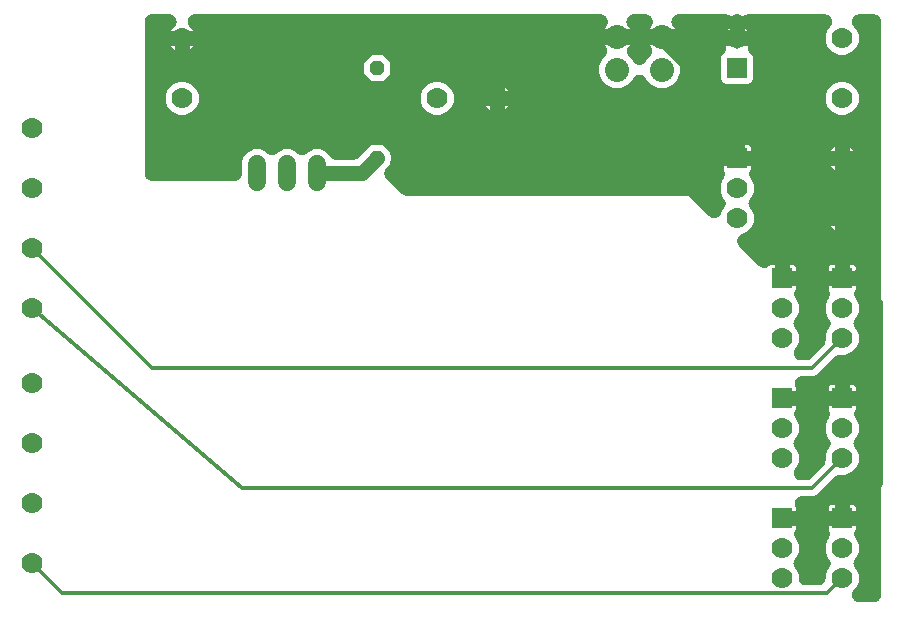
<source format=gbr>
G04 EAGLE Gerber RS-274X export*
G75*
%MOMM*%
%FSLAX34Y34*%
%LPD*%
%INBottom Copper*%
%IPPOS*%
%AMOC8*
5,1,8,0,0,1.08239X$1,22.5*%
G01*
%ADD10C,1.778000*%
%ADD11R,1.778000X1.778000*%
%ADD12P,1.319650X8X112.500000*%
%ADD13C,2.032000*%
%ADD14C,1.651000*%
%ADD15R,1.651000X1.651000*%
%ADD16C,1.524000*%
%ADD17C,1.270000*%
%ADD18C,0.304800*%
%ADD19C,0.152400*%

G36*
X750573Y5081D02*
X750573Y5081D01*
X750576Y5081D01*
X750923Y5101D01*
X751281Y5121D01*
X751284Y5121D01*
X751287Y5121D01*
X751627Y5180D01*
X751984Y5240D01*
X751986Y5241D01*
X751989Y5241D01*
X752334Y5341D01*
X752668Y5437D01*
X752671Y5439D01*
X752674Y5439D01*
X752998Y5574D01*
X753326Y5710D01*
X753329Y5712D01*
X753331Y5713D01*
X753643Y5885D01*
X753950Y6055D01*
X753952Y6057D01*
X753955Y6058D01*
X754252Y6269D01*
X754531Y6467D01*
X754533Y6469D01*
X754535Y6471D01*
X754803Y6711D01*
X755062Y6942D01*
X755064Y6945D01*
X755066Y6946D01*
X755304Y7214D01*
X755536Y7474D01*
X755538Y7476D01*
X755540Y7478D01*
X755738Y7759D01*
X755948Y8055D01*
X755950Y8058D01*
X755951Y8060D01*
X756114Y8356D01*
X756292Y8679D01*
X756293Y8682D01*
X756295Y8684D01*
X756426Y9002D01*
X756564Y9337D01*
X756565Y9340D01*
X756566Y9343D01*
X756659Y9666D01*
X756761Y10022D01*
X756762Y10025D01*
X756762Y10027D01*
X756822Y10381D01*
X756880Y10724D01*
X756880Y10727D01*
X756881Y10730D01*
X756919Y11430D01*
X756919Y496570D01*
X756919Y496573D01*
X756919Y496576D01*
X756899Y496923D01*
X756879Y497281D01*
X756879Y497284D01*
X756879Y497287D01*
X756823Y497611D01*
X756760Y497984D01*
X756759Y497986D01*
X756759Y497989D01*
X756664Y498317D01*
X756563Y498668D01*
X756561Y498671D01*
X756561Y498674D01*
X756426Y498998D01*
X756290Y499326D01*
X756288Y499329D01*
X756287Y499331D01*
X756115Y499643D01*
X755945Y499950D01*
X755943Y499952D01*
X755942Y499955D01*
X755731Y500252D01*
X755533Y500531D01*
X755531Y500533D01*
X755529Y500535D01*
X755289Y500803D01*
X755058Y501062D01*
X755055Y501064D01*
X755054Y501066D01*
X754786Y501304D01*
X754526Y501536D01*
X754524Y501538D01*
X754522Y501540D01*
X754241Y501738D01*
X753945Y501948D01*
X753942Y501950D01*
X753940Y501951D01*
X753644Y502114D01*
X753321Y502292D01*
X753318Y502293D01*
X753316Y502295D01*
X752998Y502426D01*
X752663Y502564D01*
X752660Y502565D01*
X752657Y502566D01*
X752328Y502661D01*
X751978Y502761D01*
X751975Y502762D01*
X751973Y502762D01*
X751619Y502822D01*
X751276Y502880D01*
X751273Y502880D01*
X751270Y502881D01*
X750570Y502919D01*
X738667Y502919D01*
X738665Y502919D01*
X738664Y502919D01*
X738292Y502898D01*
X737955Y502879D01*
X737954Y502879D01*
X737953Y502879D01*
X737593Y502818D01*
X737253Y502760D01*
X737252Y502759D01*
X737250Y502759D01*
X736898Y502657D01*
X736569Y502563D01*
X736567Y502562D01*
X736566Y502562D01*
X736251Y502431D01*
X735910Y502290D01*
X735909Y502289D01*
X735908Y502289D01*
X735605Y502121D01*
X735287Y501945D01*
X735286Y501944D01*
X735285Y501943D01*
X734948Y501705D01*
X734706Y501533D01*
X734705Y501532D01*
X734704Y501531D01*
X734414Y501271D01*
X734175Y501058D01*
X734174Y501057D01*
X734173Y501056D01*
X733941Y500796D01*
X733701Y500526D01*
X733700Y500525D01*
X733699Y500524D01*
X733509Y500256D01*
X733289Y499945D01*
X733288Y499944D01*
X733287Y499942D01*
X733129Y499655D01*
X732945Y499321D01*
X732944Y499320D01*
X732943Y499319D01*
X732820Y499021D01*
X732672Y498663D01*
X732672Y498661D01*
X732671Y498660D01*
X732581Y498344D01*
X732476Y497978D01*
X732475Y497976D01*
X732475Y497975D01*
X732414Y497611D01*
X732357Y497276D01*
X732357Y497274D01*
X732357Y497273D01*
X732334Y496855D01*
X732318Y496564D01*
X732318Y496563D01*
X732318Y496561D01*
X732341Y496155D01*
X732358Y495853D01*
X732358Y495852D01*
X732358Y495850D01*
X732434Y495412D01*
X732478Y495151D01*
X732479Y495150D01*
X732479Y495148D01*
X732582Y494792D01*
X732676Y494466D01*
X732677Y494465D01*
X732677Y494464D01*
X732820Y494119D01*
X732949Y493809D01*
X732950Y493807D01*
X732951Y493806D01*
X733121Y493500D01*
X733295Y493185D01*
X733296Y493184D01*
X733296Y493183D01*
X733510Y492883D01*
X733708Y492605D01*
X733709Y492604D01*
X733710Y492603D01*
X734177Y492080D01*
X735744Y490514D01*
X737871Y485379D01*
X737871Y479821D01*
X735744Y474686D01*
X731814Y470756D01*
X726679Y468629D01*
X721121Y468629D01*
X715986Y470756D01*
X712056Y474686D01*
X709929Y479821D01*
X709929Y485379D01*
X712056Y490514D01*
X713623Y492080D01*
X713624Y492081D01*
X713625Y492082D01*
X713840Y492323D01*
X714098Y492612D01*
X714098Y492613D01*
X714099Y492614D01*
X714310Y492910D01*
X714510Y493193D01*
X714510Y493194D01*
X714511Y493195D01*
X714682Y493504D01*
X714854Y493816D01*
X714855Y493818D01*
X714855Y493819D01*
X714986Y494134D01*
X715127Y494474D01*
X715127Y494476D01*
X715128Y494477D01*
X715229Y494830D01*
X715324Y495159D01*
X715324Y495160D01*
X715324Y495162D01*
X715384Y495516D01*
X715443Y495862D01*
X715443Y495863D01*
X715443Y495864D01*
X715462Y496206D01*
X715482Y496573D01*
X715482Y496574D01*
X715482Y496576D01*
X715463Y496915D01*
X715442Y497284D01*
X715442Y497286D01*
X715442Y497287D01*
X715389Y497594D01*
X715322Y497986D01*
X715322Y497988D01*
X715322Y497989D01*
X715230Y498307D01*
X715125Y498671D01*
X715124Y498672D01*
X715124Y498674D01*
X714988Y499002D01*
X714852Y499329D01*
X714851Y499330D01*
X714851Y499331D01*
X714671Y499655D01*
X714507Y499952D01*
X714506Y499953D01*
X714505Y499955D01*
X714305Y500236D01*
X714094Y500533D01*
X714093Y500534D01*
X714092Y500535D01*
X713895Y500755D01*
X713619Y501064D01*
X713618Y501065D01*
X713617Y501066D01*
X713371Y501285D01*
X713087Y501538D01*
X713086Y501539D01*
X713085Y501540D01*
X712808Y501736D01*
X712506Y501950D01*
X712504Y501950D01*
X712503Y501951D01*
X712214Y502110D01*
X711882Y502293D01*
X711880Y502294D01*
X711879Y502295D01*
X711579Y502419D01*
X711223Y502565D01*
X711222Y502566D01*
X711221Y502566D01*
X710912Y502655D01*
X710539Y502762D01*
X710537Y502762D01*
X710536Y502762D01*
X710173Y502823D01*
X709836Y502880D01*
X709835Y502880D01*
X709833Y502881D01*
X709133Y502919D01*
X644697Y502919D01*
X644636Y502916D01*
X644576Y502918D01*
X644281Y502896D01*
X643986Y502879D01*
X643926Y502869D01*
X643865Y502865D01*
X643575Y502809D01*
X643283Y502760D01*
X643225Y502743D01*
X643165Y502732D01*
X642882Y502644D01*
X642599Y502563D01*
X642543Y502539D01*
X642485Y502521D01*
X642214Y502403D01*
X641941Y502290D01*
X641887Y502260D01*
X641832Y502236D01*
X641576Y502088D01*
X641317Y501945D01*
X641268Y501910D01*
X641215Y501879D01*
X640977Y501703D01*
X640736Y501533D01*
X640691Y501492D01*
X640642Y501456D01*
X640426Y501255D01*
X640205Y501058D01*
X640165Y501012D01*
X640120Y500971D01*
X639928Y500747D01*
X639849Y500658D01*
X639719Y500803D01*
X639488Y501062D01*
X639486Y501064D01*
X639484Y501066D01*
X639216Y501304D01*
X638956Y501536D01*
X638954Y501538D01*
X638952Y501540D01*
X638671Y501738D01*
X638375Y501948D01*
X638372Y501950D01*
X638370Y501951D01*
X638074Y502114D01*
X637751Y502292D01*
X637749Y502293D01*
X637746Y502295D01*
X637428Y502426D01*
X637093Y502564D01*
X637090Y502565D01*
X637088Y502566D01*
X636759Y502661D01*
X636408Y502761D01*
X636405Y502762D01*
X636403Y502762D01*
X636049Y502822D01*
X635706Y502880D01*
X635703Y502880D01*
X635700Y502881D01*
X635000Y502919D01*
X634997Y502919D01*
X634994Y502919D01*
X634647Y502899D01*
X634289Y502879D01*
X634286Y502879D01*
X634283Y502879D01*
X633942Y502820D01*
X633586Y502760D01*
X633583Y502759D01*
X633581Y502759D01*
X633235Y502659D01*
X632902Y502563D01*
X632899Y502561D01*
X632896Y502561D01*
X632572Y502426D01*
X632244Y502290D01*
X632241Y502288D01*
X632238Y502287D01*
X631927Y502115D01*
X631620Y501945D01*
X631618Y501943D01*
X631615Y501942D01*
X631318Y501731D01*
X631039Y501533D01*
X631037Y501531D01*
X631035Y501529D01*
X630767Y501289D01*
X630508Y501058D01*
X630506Y501055D01*
X630504Y501054D01*
X630266Y500786D01*
X630152Y500658D01*
X630065Y500755D01*
X629872Y500979D01*
X629827Y501020D01*
X629787Y501066D01*
X629566Y501262D01*
X629349Y501463D01*
X629300Y501499D01*
X629255Y501540D01*
X629013Y501711D01*
X628775Y501886D01*
X628723Y501916D01*
X628673Y501951D01*
X628414Y502094D01*
X628158Y502241D01*
X628102Y502265D01*
X628049Y502295D01*
X627776Y502407D01*
X627505Y502525D01*
X627446Y502543D01*
X627390Y502566D01*
X627107Y502648D01*
X626824Y502735D01*
X626764Y502746D01*
X626706Y502762D01*
X626414Y502811D01*
X626123Y502866D01*
X626063Y502870D01*
X626003Y502881D01*
X625693Y502898D01*
X625413Y502918D01*
X625358Y502916D01*
X625303Y502919D01*
X585741Y502919D01*
X585739Y502919D01*
X585737Y502919D01*
X585370Y502898D01*
X585029Y502879D01*
X585028Y502879D01*
X585026Y502879D01*
X584672Y502818D01*
X584327Y502760D01*
X584325Y502759D01*
X584323Y502759D01*
X583973Y502658D01*
X583643Y502563D01*
X583641Y502562D01*
X583639Y502561D01*
X583297Y502419D01*
X582984Y502290D01*
X582983Y502289D01*
X582981Y502288D01*
X582644Y502102D01*
X582361Y501945D01*
X582360Y501944D01*
X582358Y501943D01*
X582030Y501710D01*
X581780Y501533D01*
X581779Y501531D01*
X581777Y501530D01*
X581495Y501278D01*
X581249Y501058D01*
X581248Y501056D01*
X581246Y501055D01*
X581010Y500789D01*
X580775Y500526D01*
X580774Y500525D01*
X580772Y500523D01*
X580581Y500253D01*
X580363Y499945D01*
X580362Y499943D01*
X580361Y499942D01*
X580199Y499649D01*
X580018Y499321D01*
X580018Y499319D01*
X580017Y499318D01*
X579884Y498997D01*
X579746Y498663D01*
X579746Y498661D01*
X579745Y498659D01*
X579648Y498321D01*
X579550Y497978D01*
X579549Y497976D01*
X579549Y497974D01*
X579487Y497611D01*
X579431Y497276D01*
X579431Y497274D01*
X579430Y497272D01*
X579408Y496864D01*
X579391Y496564D01*
X579392Y496562D01*
X579391Y496561D01*
X579415Y496155D01*
X579432Y495853D01*
X579432Y495851D01*
X579432Y495849D01*
X579498Y495468D01*
X579552Y495151D01*
X579553Y495149D01*
X579553Y495147D01*
X579654Y494800D01*
X579750Y494466D01*
X579751Y494465D01*
X579751Y494463D01*
X579884Y494144D01*
X580023Y493809D01*
X580024Y493807D01*
X580025Y493805D01*
X580196Y493497D01*
X580369Y493185D01*
X580370Y493184D01*
X580371Y493182D01*
X580584Y492883D01*
X580782Y492605D01*
X580783Y492604D01*
X580784Y492602D01*
X580955Y492411D01*
X582083Y490941D01*
X582500Y490219D01*
X571500Y490219D01*
X560500Y490219D01*
X560917Y490941D01*
X562048Y492415D01*
X562223Y492611D01*
X562224Y492612D01*
X562225Y492614D01*
X562436Y492910D01*
X562635Y493192D01*
X562636Y493193D01*
X562637Y493195D01*
X562808Y493504D01*
X562980Y493815D01*
X562981Y493817D01*
X562982Y493819D01*
X563116Y494144D01*
X563252Y494474D01*
X563253Y494475D01*
X563254Y494477D01*
X563355Y494830D01*
X563450Y495158D01*
X563450Y495160D01*
X563450Y495162D01*
X563502Y495469D01*
X563569Y495861D01*
X563569Y495863D01*
X563569Y495864D01*
X563588Y496206D01*
X563609Y496572D01*
X563608Y496574D01*
X563609Y496576D01*
X563589Y496919D01*
X563568Y497283D01*
X563568Y497285D01*
X563568Y497287D01*
X563515Y497594D01*
X563449Y497986D01*
X563448Y497987D01*
X563448Y497989D01*
X563356Y498307D01*
X563251Y498670D01*
X563250Y498672D01*
X563250Y498674D01*
X563121Y498985D01*
X562978Y499328D01*
X562977Y499330D01*
X562977Y499331D01*
X562807Y499637D01*
X562633Y499951D01*
X562632Y499953D01*
X562631Y499955D01*
X562439Y500225D01*
X562221Y500532D01*
X562219Y500534D01*
X562218Y500535D01*
X562021Y500755D01*
X561745Y501063D01*
X561744Y501064D01*
X561743Y501066D01*
X561488Y501293D01*
X561214Y501537D01*
X561212Y501538D01*
X561211Y501540D01*
X560917Y501748D01*
X560633Y501949D01*
X560631Y501950D01*
X560629Y501951D01*
X560313Y502125D01*
X560009Y502293D01*
X560007Y502294D01*
X560005Y502295D01*
X559682Y502428D01*
X559350Y502565D01*
X559348Y502566D01*
X559347Y502566D01*
X559022Y502659D01*
X558665Y502762D01*
X558664Y502762D01*
X558662Y502762D01*
X558301Y502823D01*
X557963Y502880D01*
X557961Y502880D01*
X557959Y502881D01*
X557259Y502919D01*
X547641Y502919D01*
X547639Y502919D01*
X547637Y502919D01*
X547270Y502898D01*
X546929Y502879D01*
X546928Y502879D01*
X546926Y502879D01*
X546572Y502818D01*
X546227Y502760D01*
X546225Y502759D01*
X546223Y502759D01*
X545873Y502658D01*
X545543Y502563D01*
X545541Y502562D01*
X545539Y502561D01*
X545197Y502419D01*
X544884Y502290D01*
X544883Y502289D01*
X544881Y502288D01*
X544544Y502102D01*
X544261Y501945D01*
X544260Y501944D01*
X544258Y501943D01*
X543930Y501710D01*
X543680Y501533D01*
X543679Y501531D01*
X543677Y501530D01*
X543395Y501278D01*
X543149Y501058D01*
X543148Y501056D01*
X543146Y501055D01*
X542910Y500789D01*
X542675Y500526D01*
X542674Y500525D01*
X542672Y500523D01*
X542481Y500253D01*
X542263Y499945D01*
X542262Y499943D01*
X542261Y499942D01*
X542099Y499649D01*
X541918Y499321D01*
X541918Y499319D01*
X541917Y499318D01*
X541784Y498997D01*
X541646Y498663D01*
X541646Y498661D01*
X541645Y498659D01*
X541548Y498321D01*
X541450Y497978D01*
X541449Y497976D01*
X541449Y497974D01*
X541387Y497611D01*
X541331Y497276D01*
X541331Y497274D01*
X541330Y497272D01*
X541308Y496864D01*
X541291Y496564D01*
X541292Y496562D01*
X541291Y496561D01*
X541315Y496155D01*
X541332Y495853D01*
X541332Y495851D01*
X541332Y495849D01*
X541398Y495468D01*
X541452Y495151D01*
X541453Y495149D01*
X541453Y495147D01*
X541554Y494800D01*
X541650Y494466D01*
X541651Y494465D01*
X541651Y494463D01*
X541784Y494144D01*
X541923Y493809D01*
X541924Y493807D01*
X541925Y493805D01*
X542096Y493497D01*
X542269Y493185D01*
X542270Y493184D01*
X542271Y493182D01*
X542484Y492883D01*
X542682Y492605D01*
X542683Y492604D01*
X542684Y492602D01*
X542855Y492411D01*
X543983Y490941D01*
X544400Y490219D01*
X533400Y490219D01*
X522400Y490219D01*
X522817Y490941D01*
X523948Y492415D01*
X524123Y492611D01*
X524124Y492612D01*
X524125Y492614D01*
X524336Y492910D01*
X524535Y493192D01*
X524536Y493193D01*
X524537Y493195D01*
X524708Y493504D01*
X524880Y493815D01*
X524881Y493817D01*
X524882Y493819D01*
X525016Y494144D01*
X525152Y494474D01*
X525153Y494475D01*
X525154Y494477D01*
X525255Y494830D01*
X525350Y495158D01*
X525350Y495160D01*
X525350Y495162D01*
X525402Y495469D01*
X525469Y495861D01*
X525469Y495863D01*
X525469Y495864D01*
X525488Y496206D01*
X525509Y496572D01*
X525508Y496574D01*
X525509Y496576D01*
X525489Y496919D01*
X525468Y497283D01*
X525468Y497285D01*
X525468Y497287D01*
X525415Y497594D01*
X525349Y497986D01*
X525348Y497987D01*
X525348Y497989D01*
X525256Y498307D01*
X525151Y498670D01*
X525150Y498672D01*
X525150Y498674D01*
X525021Y498985D01*
X524878Y499328D01*
X524877Y499330D01*
X524877Y499331D01*
X524707Y499637D01*
X524533Y499951D01*
X524532Y499953D01*
X524531Y499955D01*
X524339Y500225D01*
X524121Y500532D01*
X524119Y500534D01*
X524118Y500535D01*
X523921Y500755D01*
X523645Y501063D01*
X523644Y501064D01*
X523643Y501066D01*
X523388Y501293D01*
X523114Y501537D01*
X523112Y501538D01*
X523111Y501540D01*
X522817Y501748D01*
X522533Y501949D01*
X522531Y501950D01*
X522529Y501951D01*
X522213Y502125D01*
X521909Y502293D01*
X521907Y502294D01*
X521905Y502295D01*
X521582Y502428D01*
X521250Y502565D01*
X521248Y502566D01*
X521247Y502566D01*
X520922Y502659D01*
X520565Y502762D01*
X520564Y502762D01*
X520562Y502762D01*
X520201Y502823D01*
X519863Y502880D01*
X519861Y502880D01*
X519859Y502881D01*
X519159Y502919D01*
X176101Y502919D01*
X176040Y502916D01*
X175979Y502918D01*
X175684Y502896D01*
X175389Y502879D01*
X175330Y502869D01*
X175269Y502865D01*
X174978Y502809D01*
X174687Y502760D01*
X174629Y502743D01*
X174569Y502732D01*
X174286Y502644D01*
X174003Y502563D01*
X173946Y502539D01*
X173888Y502521D01*
X173618Y502403D01*
X173344Y502290D01*
X173291Y502260D01*
X173236Y502236D01*
X172980Y502088D01*
X172721Y501945D01*
X172671Y501910D01*
X172619Y501879D01*
X172381Y501703D01*
X172140Y501533D01*
X172095Y501492D01*
X172046Y501456D01*
X171829Y501254D01*
X171609Y501058D01*
X171569Y501012D01*
X171524Y500971D01*
X171331Y500747D01*
X171135Y500526D01*
X171099Y500477D01*
X171060Y500430D01*
X170894Y500186D01*
X170723Y499945D01*
X170693Y499892D01*
X170659Y499841D01*
X170521Y499580D01*
X170378Y499321D01*
X170355Y499265D01*
X170327Y499211D01*
X170219Y498935D01*
X170106Y498663D01*
X170089Y498604D01*
X170067Y498548D01*
X169991Y498262D01*
X169910Y497978D01*
X169899Y497918D01*
X169884Y497859D01*
X169840Y497567D01*
X169791Y497276D01*
X169787Y497215D01*
X169778Y497155D01*
X169768Y496860D01*
X169751Y496564D01*
X169755Y496504D01*
X169753Y496443D01*
X169775Y496148D01*
X169792Y495853D01*
X169802Y495793D01*
X169807Y495733D01*
X169863Y495441D01*
X169912Y495151D01*
X169929Y495093D01*
X169940Y495033D01*
X170028Y494750D01*
X170110Y494466D01*
X170133Y494410D01*
X170151Y494352D01*
X170270Y494082D01*
X170383Y493809D01*
X170413Y493756D01*
X170437Y493700D01*
X170586Y493444D01*
X170729Y493185D01*
X170764Y493136D01*
X170794Y493083D01*
X170971Y492845D01*
X171142Y492605D01*
X171182Y492560D01*
X171218Y492511D01*
X171420Y492294D01*
X171617Y492074D01*
X171663Y492034D01*
X171704Y491989D01*
X171939Y491788D01*
X172149Y491600D01*
X172194Y491569D01*
X172236Y491533D01*
X172653Y491212D01*
X173712Y490153D01*
X174625Y488964D01*
X174633Y488949D01*
X165100Y488949D01*
X155567Y488949D01*
X155575Y488964D01*
X156488Y490153D01*
X157547Y491212D01*
X157964Y491533D01*
X158010Y491572D01*
X158060Y491608D01*
X158280Y491804D01*
X158504Y491997D01*
X158546Y492042D01*
X158591Y492082D01*
X158788Y492303D01*
X158989Y492520D01*
X159025Y492568D01*
X159065Y492614D01*
X159237Y492856D01*
X159412Y493093D01*
X159442Y493145D01*
X159477Y493195D01*
X159620Y493454D01*
X159768Y493710D01*
X159792Y493766D01*
X159822Y493819D01*
X159935Y494092D01*
X160053Y494363D01*
X160070Y494421D01*
X160094Y494477D01*
X160175Y494761D01*
X160262Y495044D01*
X160274Y495104D01*
X160290Y495162D01*
X160340Y495453D01*
X160395Y495744D01*
X160399Y495805D01*
X160409Y495864D01*
X160426Y496159D01*
X160447Y496454D01*
X160445Y496515D01*
X160449Y496576D01*
X160432Y496871D01*
X160420Y497166D01*
X160411Y497226D01*
X160408Y497287D01*
X160358Y497578D01*
X160314Y497871D01*
X160298Y497929D01*
X160288Y497989D01*
X160206Y498273D01*
X160129Y498559D01*
X160107Y498615D01*
X160090Y498674D01*
X159977Y498946D01*
X159868Y499222D01*
X159840Y499275D01*
X159817Y499331D01*
X159674Y499590D01*
X159535Y499851D01*
X159501Y499901D01*
X159471Y499955D01*
X159300Y500195D01*
X159133Y500440D01*
X159093Y500486D01*
X159058Y500535D01*
X158861Y500755D01*
X158668Y500979D01*
X158623Y501020D01*
X158583Y501066D01*
X158362Y501262D01*
X158145Y501463D01*
X158096Y501499D01*
X158051Y501540D01*
X157810Y501710D01*
X157572Y501886D01*
X157519Y501916D01*
X157469Y501951D01*
X157210Y502094D01*
X156954Y502241D01*
X156899Y502265D01*
X156845Y502295D01*
X156573Y502407D01*
X156301Y502525D01*
X156243Y502543D01*
X156187Y502566D01*
X155903Y502647D01*
X155620Y502734D01*
X155560Y502746D01*
X155502Y502762D01*
X155210Y502811D01*
X154920Y502866D01*
X154859Y502870D01*
X154799Y502881D01*
X154489Y502898D01*
X154209Y502918D01*
X154155Y502916D01*
X154099Y502919D01*
X139700Y502919D01*
X139697Y502919D01*
X139694Y502919D01*
X139347Y502899D01*
X138989Y502879D01*
X138986Y502879D01*
X138983Y502879D01*
X138643Y502820D01*
X138286Y502760D01*
X138284Y502759D01*
X138281Y502759D01*
X137936Y502659D01*
X137602Y502563D01*
X137599Y502561D01*
X137596Y502561D01*
X137272Y502426D01*
X136944Y502290D01*
X136941Y502288D01*
X136939Y502287D01*
X136627Y502115D01*
X136320Y501945D01*
X136318Y501943D01*
X136315Y501942D01*
X136018Y501731D01*
X135739Y501533D01*
X135737Y501531D01*
X135735Y501529D01*
X135467Y501289D01*
X135208Y501058D01*
X135207Y501055D01*
X135204Y501054D01*
X134966Y500786D01*
X134734Y500526D01*
X134732Y500524D01*
X134730Y500522D01*
X134532Y500241D01*
X134322Y499945D01*
X134321Y499942D01*
X134319Y499940D01*
X134156Y499644D01*
X133978Y499321D01*
X133977Y499318D01*
X133975Y499316D01*
X133844Y498998D01*
X133706Y498663D01*
X133705Y498660D01*
X133704Y498657D01*
X133606Y498317D01*
X133509Y497978D01*
X133508Y497975D01*
X133508Y497973D01*
X133447Y497611D01*
X133390Y497276D01*
X133390Y497273D01*
X133389Y497270D01*
X133351Y496570D01*
X133351Y368300D01*
X133351Y368297D01*
X133351Y368294D01*
X133371Y367938D01*
X133391Y367589D01*
X133391Y367586D01*
X133391Y367583D01*
X133451Y367236D01*
X133510Y366886D01*
X133511Y366884D01*
X133511Y366881D01*
X133620Y366504D01*
X133707Y366202D01*
X133709Y366199D01*
X133709Y366196D01*
X133844Y365872D01*
X133980Y365544D01*
X133982Y365541D01*
X133983Y365539D01*
X134167Y365206D01*
X134325Y364920D01*
X134327Y364918D01*
X134328Y364915D01*
X134550Y364604D01*
X134738Y364339D01*
X134739Y364337D01*
X134741Y364335D01*
X134995Y364052D01*
X135212Y363808D01*
X135215Y363807D01*
X135216Y363804D01*
X135484Y363566D01*
X135744Y363334D01*
X135746Y363332D01*
X135748Y363330D01*
X136029Y363132D01*
X136325Y362922D01*
X136328Y362920D01*
X136330Y362919D01*
X136626Y362756D01*
X136949Y362578D01*
X136952Y362577D01*
X136954Y362575D01*
X137272Y362444D01*
X137607Y362306D01*
X137610Y362305D01*
X137613Y362304D01*
X137942Y362210D01*
X138292Y362109D01*
X138295Y362108D01*
X138298Y362108D01*
X138651Y362048D01*
X138994Y361990D01*
X138997Y361990D01*
X139000Y361989D01*
X139700Y361951D01*
X209550Y361951D01*
X209553Y361951D01*
X209556Y361951D01*
X209903Y361971D01*
X210261Y361991D01*
X210264Y361991D01*
X210267Y361991D01*
X210607Y362050D01*
X210964Y362110D01*
X210966Y362111D01*
X210969Y362111D01*
X211314Y362211D01*
X211648Y362307D01*
X211651Y362309D01*
X211654Y362309D01*
X211978Y362444D01*
X212306Y362580D01*
X212309Y362582D01*
X212311Y362583D01*
X212623Y362755D01*
X212930Y362925D01*
X212932Y362927D01*
X212935Y362928D01*
X213232Y363139D01*
X213511Y363338D01*
X213513Y363339D01*
X213515Y363341D01*
X213783Y363581D01*
X214042Y363812D01*
X214044Y363815D01*
X214046Y363816D01*
X214284Y364084D01*
X214516Y364344D01*
X214518Y364346D01*
X214520Y364348D01*
X214718Y364628D01*
X214928Y364925D01*
X214930Y364928D01*
X214931Y364930D01*
X215094Y365226D01*
X215272Y365549D01*
X215273Y365552D01*
X215275Y365554D01*
X215402Y365862D01*
X215544Y366207D01*
X215545Y366210D01*
X215546Y366213D01*
X215641Y366542D01*
X215741Y366892D01*
X215742Y366895D01*
X215742Y366898D01*
X215802Y367251D01*
X215860Y367594D01*
X215860Y367597D01*
X215861Y367600D01*
X215899Y368300D01*
X215899Y378446D01*
X217833Y383114D01*
X221406Y386687D01*
X226074Y388621D01*
X231126Y388621D01*
X235794Y386687D01*
X236810Y385671D01*
X236812Y385669D01*
X236814Y385667D01*
X237084Y385427D01*
X237342Y385196D01*
X237344Y385195D01*
X237346Y385193D01*
X237649Y384978D01*
X237923Y384784D01*
X237925Y384783D01*
X237928Y384781D01*
X238249Y384604D01*
X238546Y384440D01*
X238549Y384439D01*
X238551Y384437D01*
X238885Y384300D01*
X239204Y384167D01*
X239207Y384166D01*
X239210Y384165D01*
X239554Y384067D01*
X239889Y383970D01*
X239892Y383970D01*
X239895Y383969D01*
X240254Y383908D01*
X240591Y383851D01*
X240594Y383851D01*
X240597Y383850D01*
X240961Y383831D01*
X241303Y383811D01*
X241306Y383812D01*
X241309Y383811D01*
X241662Y383832D01*
X242014Y383852D01*
X242017Y383852D01*
X242020Y383852D01*
X242369Y383912D01*
X242716Y383971D01*
X242719Y383972D01*
X242722Y383973D01*
X243067Y384073D01*
X243401Y384169D01*
X243403Y384170D01*
X243406Y384171D01*
X243722Y384303D01*
X244059Y384442D01*
X244062Y384444D01*
X244064Y384445D01*
X244366Y384612D01*
X244682Y384787D01*
X244684Y384789D01*
X244687Y384790D01*
X244980Y384999D01*
X245263Y385200D01*
X245265Y385202D01*
X245267Y385204D01*
X245790Y385671D01*
X246806Y386687D01*
X251474Y388621D01*
X256526Y388621D01*
X261194Y386687D01*
X262210Y385671D01*
X262212Y385669D01*
X262214Y385667D01*
X262484Y385427D01*
X262742Y385196D01*
X262744Y385195D01*
X262746Y385193D01*
X263049Y384978D01*
X263323Y384784D01*
X263325Y384783D01*
X263328Y384781D01*
X263649Y384604D01*
X263946Y384440D01*
X263949Y384439D01*
X263951Y384437D01*
X264285Y384300D01*
X264604Y384167D01*
X264607Y384166D01*
X264610Y384165D01*
X264954Y384067D01*
X265289Y383970D01*
X265292Y383970D01*
X265295Y383969D01*
X265654Y383908D01*
X265991Y383851D01*
X265994Y383851D01*
X265997Y383850D01*
X266361Y383831D01*
X266703Y383811D01*
X266706Y383812D01*
X266709Y383811D01*
X267062Y383832D01*
X267414Y383852D01*
X267417Y383852D01*
X267420Y383852D01*
X267769Y383912D01*
X268116Y383971D01*
X268119Y383972D01*
X268122Y383973D01*
X268467Y384073D01*
X268801Y384169D01*
X268803Y384170D01*
X268806Y384171D01*
X269122Y384303D01*
X269459Y384442D01*
X269462Y384444D01*
X269464Y384445D01*
X269766Y384612D01*
X270082Y384787D01*
X270084Y384789D01*
X270087Y384790D01*
X270380Y384999D01*
X270663Y385200D01*
X270665Y385202D01*
X270667Y385204D01*
X271190Y385671D01*
X272206Y386687D01*
X276874Y388621D01*
X281926Y388621D01*
X286594Y386687D01*
X290237Y383045D01*
X290254Y383008D01*
X290351Y382854D01*
X290439Y382695D01*
X290540Y382553D01*
X290633Y382405D01*
X290747Y382263D01*
X290852Y382115D01*
X290969Y381985D01*
X291078Y381848D01*
X291206Y381720D01*
X291328Y381584D01*
X291458Y381468D01*
X291581Y381345D01*
X291724Y381231D01*
X291859Y381110D01*
X292002Y381009D01*
X292139Y380901D01*
X292293Y380804D01*
X292441Y380699D01*
X292594Y380615D01*
X292742Y380522D01*
X292906Y380443D01*
X293065Y380355D01*
X293226Y380289D01*
X293384Y380213D01*
X293556Y380153D01*
X293724Y380084D01*
X293892Y380036D01*
X294056Y379978D01*
X294234Y379938D01*
X294409Y379888D01*
X294581Y379859D01*
X294751Y379820D01*
X294932Y379800D01*
X295111Y379769D01*
X295289Y379760D01*
X295459Y379741D01*
X295632Y379741D01*
X295811Y379731D01*
X310135Y379731D01*
X310140Y379731D01*
X310144Y379731D01*
X310497Y379751D01*
X310847Y379771D01*
X310851Y379771D01*
X310855Y379772D01*
X311206Y379832D01*
X311549Y379890D01*
X311553Y379891D01*
X311557Y379892D01*
X311909Y379994D01*
X312233Y380087D01*
X312237Y380089D01*
X312242Y380090D01*
X312568Y380226D01*
X312892Y380360D01*
X312896Y380362D01*
X312899Y380364D01*
X313206Y380534D01*
X313515Y380705D01*
X313518Y380707D01*
X313522Y380710D01*
X313821Y380922D01*
X314096Y381117D01*
X314099Y381120D01*
X314103Y381123D01*
X314625Y381590D01*
X323797Y390762D01*
X323813Y390770D01*
X323969Y390868D01*
X324129Y390957D01*
X324270Y391057D01*
X324416Y391149D01*
X324560Y391264D01*
X324709Y391370D01*
X324840Y391487D01*
X324973Y391594D01*
X325097Y391717D01*
X325231Y391838D01*
X325570Y392177D01*
X326050Y392177D01*
X326233Y392187D01*
X326416Y392187D01*
X326589Y392207D01*
X326761Y392217D01*
X326942Y392247D01*
X327124Y392268D01*
X327293Y392307D01*
X327464Y392336D01*
X327640Y392387D01*
X327819Y392428D01*
X327826Y392431D01*
X332576Y392431D01*
X332592Y392425D01*
X332771Y392384D01*
X332947Y392334D01*
X333118Y392305D01*
X333287Y392266D01*
X333469Y392246D01*
X333650Y392215D01*
X333826Y392206D01*
X333995Y392187D01*
X334170Y392187D01*
X334350Y392177D01*
X334830Y392177D01*
X335169Y391838D01*
X335305Y391715D01*
X335435Y391586D01*
X335571Y391478D01*
X335700Y391363D01*
X335850Y391257D01*
X335993Y391143D01*
X336140Y391051D01*
X336281Y390951D01*
X336442Y390862D01*
X336597Y390765D01*
X336604Y390761D01*
X339962Y387403D01*
X339970Y387387D01*
X340068Y387231D01*
X340157Y387071D01*
X340257Y386930D01*
X340349Y386784D01*
X340464Y386640D01*
X340570Y386491D01*
X340687Y386360D01*
X340794Y386227D01*
X340917Y386103D01*
X341038Y385969D01*
X341377Y385630D01*
X341377Y385150D01*
X341387Y384967D01*
X341387Y384784D01*
X341407Y384611D01*
X341417Y384439D01*
X341447Y384258D01*
X341468Y384076D01*
X341507Y383907D01*
X341536Y383736D01*
X341587Y383560D01*
X341628Y383381D01*
X341631Y383374D01*
X341631Y378624D01*
X341625Y378608D01*
X341584Y378429D01*
X341534Y378253D01*
X341505Y378082D01*
X341466Y377913D01*
X341446Y377731D01*
X341415Y377550D01*
X341406Y377374D01*
X341387Y377205D01*
X341387Y377030D01*
X341377Y376850D01*
X341377Y376370D01*
X341038Y376031D01*
X340915Y375895D01*
X340786Y375765D01*
X340678Y375629D01*
X340563Y375500D01*
X340457Y375350D01*
X340343Y375207D01*
X340251Y375060D01*
X340151Y374919D01*
X340062Y374758D01*
X339965Y374603D01*
X339961Y374596D01*
X338155Y372790D01*
X338154Y372789D01*
X338153Y372788D01*
X337910Y372516D01*
X337680Y372258D01*
X337680Y372257D01*
X337679Y372256D01*
X337432Y371909D01*
X337268Y371677D01*
X337268Y371676D01*
X337267Y371675D01*
X337083Y371342D01*
X336924Y371054D01*
X336923Y371052D01*
X336922Y371051D01*
X336789Y370728D01*
X336651Y370396D01*
X336651Y370394D01*
X336650Y370393D01*
X336544Y370024D01*
X336454Y369711D01*
X336454Y369710D01*
X336454Y369708D01*
X336391Y369338D01*
X336335Y369009D01*
X336335Y369007D01*
X336335Y369006D01*
X336315Y368639D01*
X336295Y368297D01*
X336296Y368296D01*
X336295Y368294D01*
X336316Y367926D01*
X336336Y367586D01*
X336336Y367584D01*
X336336Y367583D01*
X336393Y367252D01*
X336455Y366884D01*
X336456Y366882D01*
X336456Y366881D01*
X336565Y366504D01*
X336653Y366199D01*
X336654Y366198D01*
X336654Y366196D01*
X336796Y365854D01*
X336926Y365541D01*
X336927Y365540D01*
X336927Y365539D01*
X337116Y365199D01*
X337271Y364918D01*
X337272Y364917D01*
X337273Y364915D01*
X337473Y364634D01*
X337684Y364337D01*
X337685Y364336D01*
X337686Y364335D01*
X337901Y364095D01*
X338159Y363806D01*
X338160Y363805D01*
X338161Y363804D01*
X338410Y363583D01*
X338691Y363332D01*
X338692Y363331D01*
X338693Y363330D01*
X338970Y363134D01*
X339272Y362920D01*
X339274Y362920D01*
X339275Y362919D01*
X339335Y362886D01*
X351110Y351110D01*
X351114Y351108D01*
X351116Y351104D01*
X351379Y350870D01*
X351642Y350636D01*
X351645Y350633D01*
X351648Y350630D01*
X351933Y350429D01*
X352223Y350224D01*
X352226Y350221D01*
X352230Y350219D01*
X352540Y350048D01*
X352846Y349879D01*
X352850Y349877D01*
X352854Y349875D01*
X353179Y349741D01*
X353505Y349607D01*
X353509Y349605D01*
X353513Y349604D01*
X353851Y349507D01*
X354189Y349410D01*
X354193Y349409D01*
X354198Y349408D01*
X354554Y349348D01*
X354892Y349290D01*
X354896Y349290D01*
X354900Y349289D01*
X355600Y349251D01*
X594270Y349251D01*
X611238Y332282D01*
X611373Y332162D01*
X611501Y332035D01*
X611639Y331925D01*
X611770Y331808D01*
X611917Y331703D01*
X612058Y331591D01*
X612207Y331497D01*
X612351Y331395D01*
X612509Y331308D01*
X612661Y331212D01*
X612820Y331136D01*
X612974Y331051D01*
X613141Y330982D01*
X613304Y330904D01*
X613470Y330846D01*
X613633Y330778D01*
X613806Y330729D01*
X613976Y330669D01*
X614148Y330630D01*
X614317Y330581D01*
X614495Y330551D01*
X614671Y330511D01*
X614846Y330492D01*
X615020Y330462D01*
X615200Y330452D01*
X615379Y330432D01*
X615555Y330433D01*
X615731Y330423D01*
X615911Y330433D01*
X616091Y330433D01*
X616266Y330453D01*
X616442Y330463D01*
X616620Y330493D01*
X616799Y330514D01*
X616971Y330553D01*
X617144Y330583D01*
X617318Y330633D01*
X617494Y330673D01*
X617660Y330732D01*
X617829Y330780D01*
X617995Y330849D01*
X618166Y330909D01*
X618324Y330986D01*
X618487Y331053D01*
X618645Y331141D01*
X618807Y331219D01*
X618956Y331313D01*
X619110Y331399D01*
X619257Y331503D01*
X619410Y331599D01*
X619547Y331709D01*
X619691Y331811D01*
X619825Y331931D01*
X619966Y332044D01*
X620091Y332169D01*
X620222Y332286D01*
X620342Y332421D01*
X620469Y332549D01*
X620579Y332687D01*
X620696Y332818D01*
X620800Y332965D01*
X620912Y333107D01*
X621006Y333256D01*
X621108Y333400D01*
X621195Y333557D01*
X621290Y333710D01*
X621368Y333872D01*
X621451Y334023D01*
X621517Y334182D01*
X621594Y334342D01*
X623156Y338114D01*
X623453Y338410D01*
X623455Y338413D01*
X623457Y338415D01*
X623678Y338662D01*
X623928Y338942D01*
X623929Y338944D01*
X623931Y338946D01*
X624135Y339234D01*
X624340Y339523D01*
X624341Y339525D01*
X624343Y339528D01*
X624519Y339847D01*
X624684Y340146D01*
X624685Y340149D01*
X624687Y340152D01*
X624825Y340487D01*
X624957Y340805D01*
X624958Y340807D01*
X624959Y340810D01*
X625058Y341155D01*
X625154Y341489D01*
X625154Y341492D01*
X625155Y341495D01*
X625214Y341846D01*
X625273Y342192D01*
X625273Y342194D01*
X625273Y342197D01*
X625293Y342559D01*
X625312Y342903D01*
X625312Y342906D01*
X625312Y342909D01*
X625292Y343264D01*
X625272Y343614D01*
X625272Y343617D01*
X625272Y343620D01*
X625215Y343949D01*
X625152Y344316D01*
X625152Y344319D01*
X625151Y344322D01*
X625057Y344645D01*
X624955Y345001D01*
X624954Y345003D01*
X624953Y345006D01*
X624816Y345334D01*
X624682Y345659D01*
X624680Y345662D01*
X624679Y345664D01*
X624516Y345958D01*
X624337Y346282D01*
X624335Y346285D01*
X624334Y346287D01*
X624131Y346572D01*
X623924Y346863D01*
X623922Y346865D01*
X623920Y346867D01*
X623453Y347390D01*
X623156Y347686D01*
X621029Y352821D01*
X621029Y358379D01*
X623184Y363581D01*
X623328Y363743D01*
X623382Y363818D01*
X623441Y363889D01*
X623588Y364108D01*
X623741Y364324D01*
X623785Y364405D01*
X623837Y364481D01*
X623958Y364716D01*
X624085Y364947D01*
X624120Y365032D01*
X624163Y365115D01*
X624257Y365362D01*
X624358Y365605D01*
X624383Y365694D01*
X624416Y365781D01*
X624482Y366037D01*
X624555Y366290D01*
X624570Y366381D01*
X624593Y366471D01*
X624630Y366733D01*
X624674Y366992D01*
X624679Y367085D01*
X624692Y367176D01*
X624699Y367440D01*
X624713Y367704D01*
X624708Y367796D01*
X624711Y367888D01*
X624688Y368151D01*
X624673Y368415D01*
X624658Y368506D01*
X624650Y368598D01*
X624598Y368857D01*
X624553Y369117D01*
X624528Y369206D01*
X624510Y369297D01*
X624429Y369549D01*
X624356Y369802D01*
X624320Y369887D01*
X624292Y369975D01*
X624184Y370216D01*
X624083Y370460D01*
X624038Y370541D01*
X624000Y370625D01*
X623917Y370766D01*
X623667Y371369D01*
X623569Y371860D01*
X623569Y374651D01*
X635000Y374651D01*
X646431Y374651D01*
X646431Y371860D01*
X646333Y371369D01*
X646082Y370763D01*
X645995Y370615D01*
X645957Y370531D01*
X645912Y370450D01*
X645811Y370205D01*
X645704Y369965D01*
X645676Y369876D01*
X645640Y369791D01*
X645568Y369537D01*
X645488Y369286D01*
X645470Y369195D01*
X645444Y369106D01*
X645400Y368845D01*
X645349Y368587D01*
X645341Y368495D01*
X645326Y368404D01*
X645311Y368140D01*
X645289Y367877D01*
X645292Y367785D01*
X645287Y367692D01*
X645302Y367429D01*
X645309Y367165D01*
X645322Y367073D01*
X645328Y366981D01*
X645372Y366721D01*
X645409Y366460D01*
X645432Y366370D01*
X645448Y366279D01*
X645521Y366025D01*
X645587Y365770D01*
X645620Y365684D01*
X645646Y365595D01*
X645748Y365351D01*
X645842Y365104D01*
X645884Y365022D01*
X645920Y364937D01*
X646048Y364706D01*
X646169Y364472D01*
X646221Y364395D01*
X646265Y364314D01*
X646419Y364099D01*
X646565Y363879D01*
X646625Y363809D01*
X646679Y363734D01*
X646817Y363580D01*
X648971Y358379D01*
X648971Y352821D01*
X646844Y347686D01*
X646547Y347390D01*
X646545Y347388D01*
X646543Y347386D01*
X646303Y347116D01*
X646073Y346858D01*
X646071Y346856D01*
X646069Y346854D01*
X645856Y346553D01*
X645660Y346277D01*
X645659Y346275D01*
X645657Y346272D01*
X645484Y345958D01*
X645316Y345654D01*
X645315Y345651D01*
X645313Y345649D01*
X645175Y345313D01*
X645043Y344996D01*
X645043Y344993D01*
X645041Y344990D01*
X644943Y344645D01*
X644846Y344311D01*
X644846Y344308D01*
X644845Y344305D01*
X644785Y343949D01*
X644727Y343609D01*
X644727Y343606D01*
X644727Y343603D01*
X644707Y343241D01*
X644688Y342897D01*
X644688Y342894D01*
X644688Y342891D01*
X644708Y342537D01*
X644728Y342186D01*
X644728Y342183D01*
X644728Y342180D01*
X644791Y341815D01*
X644848Y341484D01*
X644848Y341481D01*
X644849Y341478D01*
X644952Y341123D01*
X645045Y340799D01*
X645046Y340797D01*
X645047Y340794D01*
X645183Y340466D01*
X645318Y340141D01*
X645320Y340139D01*
X645321Y340136D01*
X645491Y339830D01*
X645663Y339518D01*
X645665Y339516D01*
X645666Y339513D01*
X645870Y339227D01*
X646076Y338937D01*
X646078Y338935D01*
X646080Y338933D01*
X646547Y338410D01*
X646551Y338407D01*
X646551Y338406D01*
X646844Y338114D01*
X648971Y332979D01*
X648971Y327421D01*
X646844Y322286D01*
X642914Y318356D01*
X639142Y316794D01*
X638980Y316716D01*
X638813Y316647D01*
X638659Y316561D01*
X638500Y316485D01*
X638348Y316389D01*
X638190Y316301D01*
X638046Y316199D01*
X637897Y316106D01*
X637756Y315993D01*
X637609Y315889D01*
X637478Y315771D01*
X637340Y315661D01*
X637213Y315534D01*
X637078Y315414D01*
X636961Y315282D01*
X636837Y315158D01*
X636724Y315017D01*
X636604Y314882D01*
X636502Y314738D01*
X636393Y314600D01*
X636297Y314448D01*
X636192Y314300D01*
X636107Y314146D01*
X636014Y313997D01*
X635936Y313835D01*
X635848Y313677D01*
X635781Y313514D01*
X635705Y313355D01*
X635646Y313185D01*
X635577Y313018D01*
X635528Y312849D01*
X635470Y312683D01*
X635430Y312507D01*
X635380Y312333D01*
X635351Y312160D01*
X635312Y311988D01*
X635292Y311809D01*
X635262Y311631D01*
X635252Y311455D01*
X635232Y311280D01*
X635233Y311100D01*
X635223Y310919D01*
X635233Y310743D01*
X635233Y310568D01*
X635253Y310388D01*
X635264Y310208D01*
X635293Y310035D01*
X635313Y309860D01*
X635354Y309684D01*
X635384Y309506D01*
X635433Y309337D01*
X635472Y309165D01*
X635532Y308995D01*
X635582Y308822D01*
X635650Y308659D01*
X635708Y308493D01*
X635787Y308331D01*
X635856Y308164D01*
X635941Y308010D01*
X636018Y307851D01*
X636114Y307699D01*
X636202Y307541D01*
X636304Y307397D01*
X636398Y307249D01*
X636510Y307108D01*
X636615Y306961D01*
X636734Y306827D01*
X636842Y306692D01*
X636964Y306571D01*
X637082Y306438D01*
X653434Y290087D01*
X653436Y290085D01*
X653438Y290083D01*
X653703Y289846D01*
X653965Y289612D01*
X653968Y289610D01*
X653970Y289608D01*
X654256Y289406D01*
X654547Y289200D01*
X654549Y289198D01*
X654551Y289197D01*
X654874Y289019D01*
X655170Y288855D01*
X655172Y288854D01*
X655175Y288853D01*
X655517Y288711D01*
X655828Y288583D01*
X655831Y288582D01*
X655834Y288581D01*
X656181Y288481D01*
X656513Y288386D01*
X656516Y288385D01*
X656519Y288384D01*
X656886Y288322D01*
X657215Y288267D01*
X657218Y288266D01*
X657221Y288266D01*
X657588Y288246D01*
X657927Y288227D01*
X657930Y288227D01*
X657932Y288227D01*
X658282Y288247D01*
X658638Y288267D01*
X658641Y288268D01*
X658644Y288268D01*
X658984Y288326D01*
X659340Y288387D01*
X659343Y288388D01*
X659346Y288388D01*
X659694Y288489D01*
X660025Y288585D01*
X660027Y288586D01*
X660030Y288586D01*
X660363Y288725D01*
X660683Y288858D01*
X660685Y288859D01*
X660688Y288860D01*
X660988Y289027D01*
X661306Y289203D01*
X661308Y289204D01*
X661311Y289206D01*
X661598Y289410D01*
X661887Y289615D01*
X661889Y289617D01*
X661891Y289619D01*
X662413Y290087D01*
X662590Y290263D01*
X663006Y290542D01*
X663469Y290733D01*
X663960Y290831D01*
X666751Y290831D01*
X666751Y279400D01*
X666751Y279397D01*
X666751Y279395D01*
X666770Y279047D01*
X666791Y278689D01*
X666791Y278686D01*
X666791Y278683D01*
X666849Y278343D01*
X666910Y277987D01*
X666911Y277984D01*
X666911Y277981D01*
X667011Y277636D01*
X667107Y277302D01*
X667108Y277300D01*
X667109Y277297D01*
X667244Y276973D01*
X667380Y276644D01*
X667381Y276641D01*
X667383Y276639D01*
X667555Y276327D01*
X667725Y276021D01*
X667726Y276018D01*
X667728Y276016D01*
X667942Y275714D01*
X668137Y275440D01*
X668139Y275438D01*
X668141Y275435D01*
X668381Y275167D01*
X668612Y274909D01*
X668613Y274908D01*
X668615Y274907D01*
X668616Y274905D01*
X668617Y274904D01*
X668884Y274666D01*
X669144Y274434D01*
X669147Y274432D01*
X669149Y274430D01*
X669429Y274232D01*
X669725Y274022D01*
X669728Y274020D01*
X669730Y274019D01*
X670032Y273853D01*
X670349Y273678D01*
X670352Y273676D01*
X670354Y273675D01*
X670673Y273544D01*
X671008Y273405D01*
X671010Y273405D01*
X671013Y273404D01*
X671342Y273309D01*
X671692Y273209D01*
X671695Y273208D01*
X671698Y273207D01*
X672052Y273148D01*
X672395Y273090D01*
X672397Y273090D01*
X672400Y273089D01*
X673100Y273051D01*
X684531Y273051D01*
X684531Y270260D01*
X684433Y269769D01*
X684182Y269163D01*
X684095Y269015D01*
X684057Y268931D01*
X684012Y268849D01*
X683912Y268606D01*
X683804Y268365D01*
X683776Y268277D01*
X683740Y268191D01*
X683668Y267938D01*
X683588Y267686D01*
X683570Y267595D01*
X683544Y267506D01*
X683500Y267246D01*
X683449Y266988D01*
X683441Y266895D01*
X683426Y266804D01*
X683411Y266540D01*
X683389Y266278D01*
X683392Y266185D01*
X683387Y266092D01*
X683402Y265829D01*
X683409Y265566D01*
X683422Y265474D01*
X683428Y265381D01*
X683472Y265121D01*
X683509Y264860D01*
X683532Y264770D01*
X683548Y264679D01*
X683621Y264426D01*
X683687Y264170D01*
X683720Y264084D01*
X683746Y263995D01*
X683847Y263751D01*
X683942Y263505D01*
X683984Y263423D01*
X684020Y263337D01*
X684148Y263106D01*
X684269Y262872D01*
X684321Y262795D01*
X684366Y262714D01*
X684518Y262500D01*
X684665Y262280D01*
X684725Y262209D01*
X684779Y262134D01*
X684917Y261980D01*
X687071Y256779D01*
X687071Y251221D01*
X684944Y246086D01*
X684647Y245790D01*
X684645Y245788D01*
X684643Y245786D01*
X684403Y245516D01*
X684173Y245258D01*
X684171Y245256D01*
X684169Y245254D01*
X683965Y244965D01*
X683760Y244677D01*
X683759Y244675D01*
X683757Y244672D01*
X683576Y244344D01*
X683416Y244054D01*
X683415Y244051D01*
X683413Y244049D01*
X683275Y243713D01*
X683143Y243396D01*
X683143Y243393D01*
X683141Y243390D01*
X683045Y243055D01*
X682946Y242711D01*
X682946Y242708D01*
X682945Y242705D01*
X682885Y242352D01*
X682827Y242009D01*
X682827Y242006D01*
X682827Y242003D01*
X682807Y241641D01*
X682788Y241297D01*
X682788Y241294D01*
X682788Y241291D01*
X682808Y240937D01*
X682828Y240586D01*
X682828Y240583D01*
X682828Y240580D01*
X682889Y240225D01*
X682948Y239884D01*
X682948Y239881D01*
X682949Y239878D01*
X683052Y239523D01*
X683145Y239199D01*
X683146Y239197D01*
X683147Y239194D01*
X683283Y238866D01*
X683418Y238541D01*
X683420Y238539D01*
X683421Y238536D01*
X683589Y238233D01*
X683763Y237918D01*
X683765Y237916D01*
X683766Y237913D01*
X683970Y237627D01*
X684176Y237337D01*
X684178Y237335D01*
X684180Y237333D01*
X684647Y236810D01*
X684651Y236807D01*
X684651Y236806D01*
X684944Y236514D01*
X687071Y231379D01*
X687071Y225821D01*
X684944Y220686D01*
X684901Y220644D01*
X684900Y220642D01*
X684899Y220642D01*
X684676Y220392D01*
X684427Y220112D01*
X684426Y220111D01*
X684425Y220110D01*
X684202Y219795D01*
X684014Y219531D01*
X684014Y219530D01*
X684013Y219529D01*
X683829Y219197D01*
X683670Y218908D01*
X683669Y218906D01*
X683669Y218905D01*
X683527Y218564D01*
X683397Y218250D01*
X683397Y218248D01*
X683396Y218247D01*
X683304Y217925D01*
X683200Y217565D01*
X683200Y217563D01*
X683200Y217562D01*
X683144Y217233D01*
X683081Y216863D01*
X683081Y216861D01*
X683081Y216860D01*
X683059Y216468D01*
X683042Y216151D01*
X683042Y216150D01*
X683042Y216148D01*
X683061Y215802D01*
X683082Y215440D01*
X683082Y215438D01*
X683082Y215437D01*
X683148Y215053D01*
X683202Y214738D01*
X683202Y214736D01*
X683202Y214735D01*
X683306Y214376D01*
X683399Y214053D01*
X683400Y214052D01*
X683400Y214050D01*
X683544Y213703D01*
X683672Y213395D01*
X683673Y213394D01*
X683673Y213393D01*
X683859Y213058D01*
X684017Y212772D01*
X684018Y212771D01*
X684019Y212769D01*
X684217Y212490D01*
X684430Y212191D01*
X684431Y212190D01*
X684432Y212189D01*
X684656Y211939D01*
X684905Y211660D01*
X684906Y211659D01*
X684907Y211658D01*
X685198Y211399D01*
X685437Y211186D01*
X685438Y211185D01*
X685439Y211184D01*
X685756Y210960D01*
X686018Y210775D01*
X686019Y210774D01*
X686021Y210773D01*
X686331Y210602D01*
X686642Y210431D01*
X686644Y210430D01*
X686645Y210429D01*
X686955Y210301D01*
X687301Y210159D01*
X687302Y210158D01*
X687303Y210158D01*
X687639Y210061D01*
X687985Y209962D01*
X687987Y209962D01*
X687988Y209962D01*
X688361Y209899D01*
X688688Y209844D01*
X688689Y209844D01*
X688691Y209843D01*
X689391Y209805D01*
X693134Y209805D01*
X693139Y209805D01*
X693143Y209805D01*
X693496Y209825D01*
X693846Y209845D01*
X693850Y209845D01*
X693854Y209846D01*
X694205Y209906D01*
X694548Y209964D01*
X694552Y209965D01*
X694556Y209966D01*
X694908Y210068D01*
X695232Y210161D01*
X695236Y210163D01*
X695241Y210164D01*
X695567Y210300D01*
X695891Y210434D01*
X695895Y210436D01*
X695898Y210438D01*
X696205Y210608D01*
X696514Y210779D01*
X696517Y210781D01*
X696521Y210784D01*
X696820Y210996D01*
X697095Y211191D01*
X697098Y211194D01*
X697102Y211197D01*
X697624Y211664D01*
X708070Y222110D01*
X708072Y222113D01*
X708076Y222116D01*
X708310Y222379D01*
X708544Y222641D01*
X708547Y222645D01*
X708550Y222648D01*
X708751Y222933D01*
X708957Y223222D01*
X708959Y223226D01*
X708961Y223230D01*
X709132Y223540D01*
X709301Y223846D01*
X709303Y223850D01*
X709305Y223854D01*
X709439Y224178D01*
X709574Y224504D01*
X709575Y224508D01*
X709576Y224512D01*
X709673Y224851D01*
X709771Y225189D01*
X709771Y225193D01*
X709772Y225197D01*
X709832Y225553D01*
X709890Y225891D01*
X709890Y225895D01*
X709891Y225900D01*
X709929Y226600D01*
X709929Y231379D01*
X712056Y236514D01*
X712353Y236810D01*
X712355Y236813D01*
X712357Y236815D01*
X712589Y237074D01*
X712828Y237342D01*
X712829Y237344D01*
X712831Y237346D01*
X713035Y237634D01*
X713240Y237923D01*
X713241Y237925D01*
X713243Y237928D01*
X713422Y238253D01*
X713584Y238546D01*
X713585Y238549D01*
X713587Y238552D01*
X713725Y238887D01*
X713857Y239205D01*
X713858Y239207D01*
X713859Y239210D01*
X713959Y239562D01*
X714054Y239889D01*
X714054Y239892D01*
X714055Y239895D01*
X714117Y240261D01*
X714173Y240592D01*
X714173Y240594D01*
X714173Y240597D01*
X714193Y240959D01*
X714212Y241303D01*
X714212Y241306D01*
X714212Y241309D01*
X714192Y241664D01*
X714172Y242014D01*
X714172Y242017D01*
X714172Y242020D01*
X714113Y242361D01*
X714052Y242716D01*
X714052Y242719D01*
X714051Y242722D01*
X713953Y243061D01*
X713855Y243401D01*
X713854Y243403D01*
X713853Y243406D01*
X713716Y243734D01*
X713582Y244059D01*
X713580Y244062D01*
X713579Y244064D01*
X713411Y244367D01*
X713237Y244682D01*
X713235Y244685D01*
X713234Y244687D01*
X713035Y244965D01*
X712824Y245263D01*
X712822Y245265D01*
X712820Y245267D01*
X712353Y245790D01*
X712056Y246086D01*
X709929Y251221D01*
X709929Y256779D01*
X712084Y261981D01*
X712228Y262142D01*
X712282Y262218D01*
X712342Y262289D01*
X712488Y262509D01*
X712641Y262723D01*
X712685Y262805D01*
X712737Y262882D01*
X712858Y263116D01*
X712985Y263347D01*
X713021Y263433D01*
X713063Y263515D01*
X713157Y263762D01*
X713258Y264005D01*
X713283Y264094D01*
X713316Y264181D01*
X713382Y264436D01*
X713455Y264690D01*
X713470Y264781D01*
X713493Y264871D01*
X713530Y265132D01*
X713574Y265392D01*
X713579Y265485D01*
X713592Y265577D01*
X713599Y265840D01*
X713613Y266104D01*
X713608Y266196D01*
X713611Y266289D01*
X713588Y266552D01*
X713573Y266815D01*
X713558Y266906D01*
X713550Y266999D01*
X713498Y267258D01*
X713453Y267517D01*
X713428Y267606D01*
X713409Y267697D01*
X713329Y267948D01*
X713256Y268202D01*
X713220Y268287D01*
X713192Y268376D01*
X713084Y268617D01*
X712983Y268860D01*
X712938Y268941D01*
X712900Y269026D01*
X712816Y269167D01*
X712567Y269769D01*
X712469Y270260D01*
X712469Y273051D01*
X723900Y273051D01*
X735331Y273051D01*
X735331Y270260D01*
X735233Y269769D01*
X734982Y269163D01*
X734895Y269015D01*
X734857Y268931D01*
X734812Y268849D01*
X734712Y268606D01*
X734604Y268365D01*
X734576Y268277D01*
X734540Y268191D01*
X734468Y267938D01*
X734388Y267686D01*
X734370Y267595D01*
X734344Y267506D01*
X734300Y267246D01*
X734249Y266988D01*
X734241Y266895D01*
X734226Y266804D01*
X734211Y266540D01*
X734189Y266278D01*
X734192Y266185D01*
X734187Y266092D01*
X734202Y265829D01*
X734209Y265566D01*
X734222Y265474D01*
X734228Y265381D01*
X734272Y265121D01*
X734309Y264860D01*
X734332Y264770D01*
X734348Y264679D01*
X734421Y264426D01*
X734487Y264170D01*
X734520Y264084D01*
X734546Y263995D01*
X734647Y263751D01*
X734742Y263505D01*
X734784Y263423D01*
X734820Y263337D01*
X734948Y263106D01*
X735069Y262872D01*
X735121Y262795D01*
X735166Y262714D01*
X735318Y262500D01*
X735465Y262280D01*
X735525Y262209D01*
X735579Y262134D01*
X735717Y261980D01*
X737871Y256779D01*
X737871Y251221D01*
X735744Y246086D01*
X735447Y245790D01*
X735445Y245788D01*
X735443Y245786D01*
X735203Y245516D01*
X734973Y245258D01*
X734971Y245256D01*
X734969Y245254D01*
X734765Y244965D01*
X734560Y244677D01*
X734559Y244675D01*
X734557Y244672D01*
X734376Y244344D01*
X734216Y244054D01*
X734215Y244051D01*
X734213Y244049D01*
X734075Y243713D01*
X733943Y243396D01*
X733943Y243393D01*
X733941Y243390D01*
X733845Y243055D01*
X733746Y242711D01*
X733746Y242708D01*
X733745Y242705D01*
X733685Y242352D01*
X733627Y242009D01*
X733627Y242006D01*
X733627Y242003D01*
X733607Y241641D01*
X733588Y241297D01*
X733588Y241294D01*
X733588Y241291D01*
X733608Y240937D01*
X733628Y240586D01*
X733628Y240583D01*
X733628Y240580D01*
X733689Y240225D01*
X733748Y239884D01*
X733748Y239881D01*
X733749Y239878D01*
X733852Y239523D01*
X733945Y239199D01*
X733946Y239197D01*
X733947Y239194D01*
X734083Y238866D01*
X734218Y238541D01*
X734220Y238539D01*
X734221Y238536D01*
X734389Y238233D01*
X734563Y237918D01*
X734565Y237916D01*
X734566Y237913D01*
X734770Y237627D01*
X734976Y237337D01*
X734978Y237335D01*
X734980Y237333D01*
X735447Y236810D01*
X735451Y236807D01*
X735451Y236806D01*
X735744Y236514D01*
X737871Y231379D01*
X737871Y225821D01*
X735744Y220686D01*
X731814Y216756D01*
X726679Y214629D01*
X721900Y214629D01*
X721895Y214629D01*
X721891Y214629D01*
X721538Y214609D01*
X721188Y214589D01*
X721184Y214589D01*
X721180Y214588D01*
X720829Y214528D01*
X720486Y214470D01*
X720482Y214469D01*
X720478Y214468D01*
X720126Y214366D01*
X719802Y214273D01*
X719798Y214271D01*
X719793Y214270D01*
X719467Y214134D01*
X719143Y214000D01*
X719139Y213998D01*
X719136Y213996D01*
X718829Y213826D01*
X718520Y213655D01*
X718517Y213653D01*
X718513Y213650D01*
X718214Y213438D01*
X717939Y213243D01*
X717936Y213240D01*
X717932Y213237D01*
X717410Y212770D01*
X702241Y197601D01*
X699814Y196595D01*
X690139Y196595D01*
X689959Y196585D01*
X689779Y196585D01*
X689604Y196565D01*
X689428Y196555D01*
X689250Y196525D01*
X689071Y196505D01*
X688899Y196465D01*
X688726Y196436D01*
X688553Y196386D01*
X688377Y196346D01*
X688210Y196287D01*
X688041Y196239D01*
X687875Y196169D01*
X687704Y196110D01*
X687546Y196033D01*
X687383Y195966D01*
X687225Y195878D01*
X687063Y195800D01*
X686914Y195706D01*
X686760Y195621D01*
X686613Y195517D01*
X686460Y195420D01*
X686322Y195310D01*
X686179Y195209D01*
X686045Y195088D01*
X685903Y194976D01*
X685779Y194851D01*
X685648Y194734D01*
X685528Y194599D01*
X685400Y194471D01*
X685291Y194333D01*
X685173Y194202D01*
X685069Y194055D01*
X684957Y193914D01*
X684863Y193765D01*
X684761Y193621D01*
X684674Y193463D01*
X684578Y193310D01*
X684502Y193151D01*
X684417Y192997D01*
X684348Y192830D01*
X684270Y192668D01*
X684212Y192501D01*
X684145Y192339D01*
X684095Y192165D01*
X684036Y191995D01*
X683997Y191823D01*
X683948Y191654D01*
X683918Y191476D01*
X683878Y191300D01*
X683859Y191125D01*
X683830Y190952D01*
X683820Y190772D01*
X683800Y190592D01*
X683800Y190416D01*
X683790Y190240D01*
X683801Y190060D01*
X683801Y189880D01*
X683821Y189704D01*
X683831Y189529D01*
X683861Y189351D01*
X683882Y189172D01*
X683921Y189000D01*
X683951Y188827D01*
X684001Y188654D01*
X684041Y188478D01*
X684101Y188309D01*
X684149Y188142D01*
X684215Y187984D01*
X684274Y187816D01*
X684433Y187431D01*
X684531Y186940D01*
X684531Y184149D01*
X673100Y184149D01*
X673097Y184149D01*
X673095Y184149D01*
X672747Y184130D01*
X672389Y184109D01*
X672386Y184109D01*
X672383Y184109D01*
X672043Y184051D01*
X671687Y183990D01*
X671684Y183989D01*
X671681Y183989D01*
X671336Y183889D01*
X671002Y183793D01*
X671000Y183792D01*
X670997Y183791D01*
X670673Y183656D01*
X670344Y183520D01*
X670341Y183518D01*
X670339Y183517D01*
X670027Y183345D01*
X669721Y183175D01*
X669718Y183174D01*
X669716Y183172D01*
X669414Y182957D01*
X669140Y182763D01*
X669138Y182761D01*
X669135Y182759D01*
X668867Y182519D01*
X668609Y182288D01*
X668607Y182286D01*
X668605Y182284D01*
X668366Y182016D01*
X668134Y181756D01*
X668133Y181754D01*
X668131Y181752D01*
X667932Y181471D01*
X667722Y181175D01*
X667721Y181172D01*
X667719Y181170D01*
X667556Y180874D01*
X667378Y180551D01*
X667377Y180549D01*
X667376Y180546D01*
X667244Y180228D01*
X667106Y179893D01*
X667105Y179890D01*
X667104Y179888D01*
X667010Y179559D01*
X666909Y179208D01*
X666909Y179205D01*
X666908Y179203D01*
X666848Y178849D01*
X666790Y178506D01*
X666790Y178503D01*
X666790Y178500D01*
X666751Y177800D01*
X666751Y177797D01*
X666751Y177794D01*
X666771Y177447D01*
X666791Y177089D01*
X666792Y177086D01*
X666792Y177083D01*
X666850Y176742D01*
X666910Y176386D01*
X666911Y176383D01*
X666912Y176381D01*
X667012Y176035D01*
X667108Y175702D01*
X667109Y175699D01*
X667110Y175696D01*
X667244Y175372D01*
X667381Y175044D01*
X667382Y175041D01*
X667383Y175038D01*
X667556Y174727D01*
X667725Y174420D01*
X667727Y174418D01*
X667728Y174415D01*
X667940Y174117D01*
X668138Y173839D01*
X668140Y173837D01*
X668141Y173835D01*
X668381Y173567D01*
X668613Y173308D01*
X668615Y173306D01*
X668617Y173304D01*
X668884Y173066D01*
X669144Y172834D01*
X669147Y172832D01*
X669149Y172830D01*
X669429Y172632D01*
X669725Y172422D01*
X669728Y172420D01*
X669730Y172419D01*
X670029Y172254D01*
X670349Y172078D01*
X670352Y172076D01*
X670354Y172075D01*
X670673Y171944D01*
X671008Y171805D01*
X671010Y171805D01*
X671013Y171804D01*
X671342Y171709D01*
X671692Y171609D01*
X671695Y171608D01*
X671698Y171607D01*
X672052Y171548D01*
X672395Y171490D01*
X672397Y171490D01*
X672400Y171489D01*
X673100Y171451D01*
X684531Y171451D01*
X684531Y168660D01*
X684433Y168169D01*
X684182Y167563D01*
X684095Y167415D01*
X684057Y167331D01*
X684012Y167249D01*
X683912Y167006D01*
X683804Y166765D01*
X683776Y166677D01*
X683740Y166591D01*
X683668Y166338D01*
X683588Y166086D01*
X683570Y165995D01*
X683544Y165906D01*
X683500Y165646D01*
X683449Y165388D01*
X683441Y165295D01*
X683426Y165204D01*
X683411Y164940D01*
X683389Y164678D01*
X683392Y164585D01*
X683387Y164492D01*
X683402Y164229D01*
X683409Y163966D01*
X683422Y163874D01*
X683428Y163781D01*
X683472Y163521D01*
X683509Y163260D01*
X683532Y163170D01*
X683548Y163079D01*
X683621Y162826D01*
X683687Y162570D01*
X683720Y162484D01*
X683746Y162395D01*
X683847Y162151D01*
X683942Y161905D01*
X683984Y161823D01*
X684020Y161737D01*
X684148Y161506D01*
X684269Y161272D01*
X684321Y161195D01*
X684366Y161114D01*
X684518Y160900D01*
X684665Y160680D01*
X684725Y160609D01*
X684779Y160534D01*
X684917Y160380D01*
X687071Y155179D01*
X687071Y149621D01*
X684944Y144486D01*
X684647Y144190D01*
X684645Y144188D01*
X684643Y144186D01*
X684403Y143916D01*
X684173Y143658D01*
X684171Y143656D01*
X684169Y143654D01*
X683958Y143356D01*
X683760Y143077D01*
X683759Y143075D01*
X683757Y143072D01*
X683576Y142744D01*
X683416Y142454D01*
X683415Y142451D01*
X683413Y142449D01*
X683275Y142113D01*
X683143Y141796D01*
X683143Y141793D01*
X683141Y141790D01*
X683045Y141455D01*
X682946Y141111D01*
X682946Y141108D01*
X682945Y141105D01*
X682885Y140752D01*
X682827Y140409D01*
X682827Y140406D01*
X682827Y140403D01*
X682807Y140041D01*
X682788Y139697D01*
X682788Y139694D01*
X682788Y139691D01*
X682808Y139337D01*
X682828Y138986D01*
X682828Y138983D01*
X682828Y138980D01*
X682889Y138625D01*
X682948Y138284D01*
X682948Y138281D01*
X682949Y138278D01*
X683052Y137923D01*
X683145Y137599D01*
X683146Y137597D01*
X683147Y137594D01*
X683283Y137266D01*
X683418Y136941D01*
X683420Y136939D01*
X683421Y136936D01*
X683589Y136633D01*
X683763Y136318D01*
X683765Y136316D01*
X683766Y136313D01*
X683974Y136022D01*
X684176Y135737D01*
X684178Y135735D01*
X684180Y135733D01*
X684647Y135210D01*
X684651Y135207D01*
X684651Y135206D01*
X684944Y134914D01*
X687071Y129779D01*
X687071Y124221D01*
X684944Y119086D01*
X684901Y119044D01*
X684900Y119042D01*
X684899Y119042D01*
X684676Y118792D01*
X684427Y118512D01*
X684426Y118511D01*
X684425Y118510D01*
X684202Y118195D01*
X684014Y117931D01*
X684014Y117930D01*
X684013Y117929D01*
X683829Y117597D01*
X683670Y117308D01*
X683669Y117306D01*
X683669Y117305D01*
X683535Y116983D01*
X683397Y116650D01*
X683397Y116648D01*
X683396Y116647D01*
X683304Y116325D01*
X683200Y115965D01*
X683200Y115963D01*
X683200Y115962D01*
X683144Y115633D01*
X683081Y115263D01*
X683081Y115261D01*
X683081Y115260D01*
X683062Y114923D01*
X683042Y114551D01*
X683042Y114550D01*
X683042Y114548D01*
X683061Y114202D01*
X683082Y113840D01*
X683082Y113838D01*
X683082Y113837D01*
X683148Y113453D01*
X683202Y113138D01*
X683202Y113136D01*
X683202Y113135D01*
X683306Y112776D01*
X683399Y112453D01*
X683400Y112452D01*
X683400Y112450D01*
X683544Y112103D01*
X683672Y111795D01*
X683673Y111794D01*
X683673Y111793D01*
X683859Y111458D01*
X684017Y111172D01*
X684018Y111171D01*
X684019Y111169D01*
X684217Y110890D01*
X684430Y110591D01*
X684431Y110590D01*
X684432Y110589D01*
X684656Y110339D01*
X684905Y110060D01*
X684906Y110059D01*
X684907Y110058D01*
X685198Y109799D01*
X685437Y109586D01*
X685438Y109585D01*
X685439Y109584D01*
X685756Y109360D01*
X686018Y109175D01*
X686019Y109174D01*
X686021Y109173D01*
X686331Y109002D01*
X686642Y108831D01*
X686644Y108830D01*
X686645Y108829D01*
X686955Y108701D01*
X687301Y108559D01*
X687302Y108558D01*
X687303Y108558D01*
X687639Y108461D01*
X687985Y108362D01*
X687987Y108362D01*
X687988Y108362D01*
X688361Y108299D01*
X688688Y108244D01*
X688689Y108244D01*
X688691Y108243D01*
X689391Y108205D01*
X693134Y108205D01*
X693138Y108205D01*
X693143Y108205D01*
X693495Y108225D01*
X693846Y108245D01*
X693850Y108245D01*
X693854Y108246D01*
X694205Y108306D01*
X694548Y108364D01*
X694552Y108365D01*
X694556Y108366D01*
X694908Y108468D01*
X695232Y108561D01*
X695236Y108563D01*
X695241Y108564D01*
X695567Y108700D01*
X695891Y108834D01*
X695895Y108836D01*
X695898Y108838D01*
X696205Y109008D01*
X696514Y109179D01*
X696517Y109181D01*
X696521Y109184D01*
X696820Y109396D01*
X697095Y109591D01*
X697098Y109594D01*
X697102Y109597D01*
X697624Y110064D01*
X702439Y114880D01*
X708070Y120510D01*
X708072Y120513D01*
X708076Y120516D01*
X708316Y120786D01*
X708544Y121041D01*
X708547Y121045D01*
X708550Y121048D01*
X708756Y121340D01*
X708957Y121622D01*
X708959Y121626D01*
X708961Y121630D01*
X709129Y121935D01*
X709301Y122246D01*
X709303Y122250D01*
X709305Y122254D01*
X709435Y122570D01*
X709574Y122904D01*
X709575Y122909D01*
X709576Y122912D01*
X709672Y123248D01*
X709771Y123589D01*
X709771Y123593D01*
X709772Y123597D01*
X709832Y123953D01*
X709890Y124291D01*
X709890Y124295D01*
X709891Y124300D01*
X709929Y125000D01*
X709929Y129779D01*
X712056Y134914D01*
X712353Y135210D01*
X712355Y135213D01*
X712357Y135215D01*
X712589Y135474D01*
X712828Y135742D01*
X712829Y135744D01*
X712831Y135746D01*
X713026Y136022D01*
X713240Y136323D01*
X713241Y136325D01*
X713243Y136328D01*
X713422Y136653D01*
X713584Y136946D01*
X713585Y136949D01*
X713587Y136952D01*
X713725Y137287D01*
X713857Y137605D01*
X713858Y137607D01*
X713859Y137610D01*
X713959Y137962D01*
X714054Y138289D01*
X714054Y138292D01*
X714055Y138295D01*
X714117Y138661D01*
X714173Y138992D01*
X714173Y138994D01*
X714173Y138997D01*
X714193Y139359D01*
X714212Y139703D01*
X714212Y139706D01*
X714212Y139709D01*
X714192Y140064D01*
X714172Y140414D01*
X714172Y140417D01*
X714172Y140420D01*
X714113Y140761D01*
X714052Y141116D01*
X714052Y141119D01*
X714051Y141122D01*
X713953Y141461D01*
X713855Y141801D01*
X713854Y141803D01*
X713853Y141806D01*
X713716Y142134D01*
X713582Y142459D01*
X713580Y142462D01*
X713579Y142464D01*
X713411Y142767D01*
X713237Y143082D01*
X713235Y143085D01*
X713234Y143087D01*
X713030Y143373D01*
X712824Y143663D01*
X712822Y143665D01*
X712820Y143667D01*
X712353Y144190D01*
X712056Y144486D01*
X709929Y149621D01*
X709929Y155179D01*
X712084Y160381D01*
X712228Y160543D01*
X712282Y160618D01*
X712341Y160689D01*
X712488Y160908D01*
X712641Y161124D01*
X712685Y161205D01*
X712737Y161281D01*
X712858Y161516D01*
X712985Y161747D01*
X713020Y161832D01*
X713063Y161915D01*
X713157Y162162D01*
X713258Y162405D01*
X713283Y162494D01*
X713316Y162581D01*
X713382Y162837D01*
X713455Y163090D01*
X713470Y163181D01*
X713493Y163271D01*
X713530Y163533D01*
X713574Y163792D01*
X713579Y163885D01*
X713592Y163976D01*
X713599Y164240D01*
X713613Y164504D01*
X713608Y164596D01*
X713611Y164688D01*
X713588Y164951D01*
X713573Y165215D01*
X713558Y165306D01*
X713550Y165398D01*
X713498Y165657D01*
X713453Y165917D01*
X713428Y166006D01*
X713410Y166097D01*
X713329Y166349D01*
X713256Y166602D01*
X713220Y166687D01*
X713192Y166775D01*
X713084Y167016D01*
X712983Y167260D01*
X712938Y167341D01*
X712900Y167425D01*
X712817Y167566D01*
X712567Y168169D01*
X712469Y168660D01*
X712469Y171451D01*
X723900Y171451D01*
X735331Y171451D01*
X735331Y168660D01*
X735233Y168169D01*
X734982Y167563D01*
X734895Y167415D01*
X734857Y167331D01*
X734812Y167250D01*
X734711Y167005D01*
X734604Y166765D01*
X734576Y166676D01*
X734540Y166591D01*
X734468Y166337D01*
X734388Y166086D01*
X734370Y165995D01*
X734344Y165906D01*
X734300Y165645D01*
X734249Y165387D01*
X734241Y165295D01*
X734226Y165204D01*
X734211Y164940D01*
X734189Y164677D01*
X734192Y164585D01*
X734187Y164492D01*
X734202Y164229D01*
X734209Y163965D01*
X734222Y163873D01*
X734228Y163781D01*
X734272Y163521D01*
X734309Y163260D01*
X734332Y163170D01*
X734348Y163079D01*
X734421Y162825D01*
X734487Y162570D01*
X734520Y162484D01*
X734546Y162395D01*
X734648Y162151D01*
X734742Y161904D01*
X734784Y161822D01*
X734820Y161737D01*
X734948Y161506D01*
X735069Y161272D01*
X735121Y161195D01*
X735165Y161114D01*
X735319Y160899D01*
X735465Y160679D01*
X735525Y160609D01*
X735579Y160534D01*
X735717Y160380D01*
X737871Y155179D01*
X737871Y149621D01*
X735744Y144486D01*
X735447Y144190D01*
X735445Y144188D01*
X735443Y144186D01*
X735203Y143916D01*
X734973Y143658D01*
X734971Y143656D01*
X734969Y143654D01*
X734758Y143356D01*
X734560Y143077D01*
X734559Y143075D01*
X734557Y143072D01*
X734376Y142744D01*
X734216Y142454D01*
X734215Y142451D01*
X734213Y142449D01*
X734075Y142113D01*
X733943Y141796D01*
X733943Y141793D01*
X733941Y141790D01*
X733845Y141455D01*
X733746Y141111D01*
X733746Y141108D01*
X733745Y141105D01*
X733685Y140752D01*
X733627Y140409D01*
X733627Y140406D01*
X733627Y140403D01*
X733607Y140041D01*
X733588Y139697D01*
X733588Y139694D01*
X733588Y139691D01*
X733608Y139337D01*
X733628Y138986D01*
X733628Y138983D01*
X733628Y138980D01*
X733689Y138625D01*
X733748Y138284D01*
X733748Y138281D01*
X733749Y138278D01*
X733852Y137923D01*
X733945Y137599D01*
X733946Y137597D01*
X733947Y137594D01*
X734083Y137266D01*
X734218Y136941D01*
X734220Y136939D01*
X734221Y136936D01*
X734389Y136633D01*
X734563Y136318D01*
X734565Y136316D01*
X734566Y136313D01*
X734774Y136022D01*
X734976Y135737D01*
X734978Y135735D01*
X734980Y135733D01*
X735447Y135210D01*
X735451Y135207D01*
X735451Y135206D01*
X735744Y134914D01*
X737871Y129779D01*
X737871Y124221D01*
X735744Y119086D01*
X731814Y115156D01*
X726679Y113029D01*
X721900Y113029D01*
X721895Y113029D01*
X721891Y113029D01*
X721538Y113009D01*
X721188Y112989D01*
X721184Y112989D01*
X721180Y112988D01*
X720829Y112928D01*
X720486Y112870D01*
X720482Y112869D01*
X720478Y112868D01*
X720126Y112766D01*
X719802Y112673D01*
X719798Y112671D01*
X719793Y112670D01*
X719467Y112534D01*
X719143Y112400D01*
X719139Y112398D01*
X719136Y112396D01*
X718829Y112226D01*
X718520Y112055D01*
X718517Y112053D01*
X718513Y112050D01*
X718214Y111838D01*
X717939Y111643D01*
X717936Y111640D01*
X717932Y111637D01*
X717410Y111170D01*
X704698Y98458D01*
X702241Y96001D01*
X699814Y94995D01*
X690139Y94995D01*
X689959Y94985D01*
X689779Y94985D01*
X689604Y94965D01*
X689428Y94955D01*
X689250Y94925D01*
X689071Y94905D01*
X688899Y94865D01*
X688726Y94836D01*
X688553Y94786D01*
X688377Y94746D01*
X688210Y94687D01*
X688041Y94639D01*
X687875Y94569D01*
X687704Y94510D01*
X687546Y94433D01*
X687383Y94366D01*
X687225Y94278D01*
X687063Y94200D01*
X686914Y94106D01*
X686760Y94021D01*
X686613Y93917D01*
X686460Y93820D01*
X686322Y93710D01*
X686179Y93609D01*
X686045Y93488D01*
X685903Y93376D01*
X685779Y93251D01*
X685648Y93134D01*
X685528Y92999D01*
X685400Y92871D01*
X685291Y92733D01*
X685173Y92602D01*
X685069Y92455D01*
X684957Y92314D01*
X684863Y92165D01*
X684761Y92021D01*
X684674Y91863D01*
X684578Y91710D01*
X684502Y91551D01*
X684417Y91397D01*
X684348Y91230D01*
X684270Y91068D01*
X684212Y90901D01*
X684145Y90739D01*
X684095Y90565D01*
X684036Y90395D01*
X683997Y90223D01*
X683948Y90054D01*
X683918Y89876D01*
X683878Y89700D01*
X683859Y89525D01*
X683830Y89352D01*
X683820Y89172D01*
X683800Y88992D01*
X683800Y88816D01*
X683790Y88640D01*
X683801Y88460D01*
X683801Y88280D01*
X683821Y88104D01*
X683831Y87929D01*
X683861Y87751D01*
X683882Y87572D01*
X683921Y87400D01*
X683951Y87227D01*
X684001Y87054D01*
X684041Y86878D01*
X684101Y86709D01*
X684149Y86542D01*
X684215Y86384D01*
X684274Y86216D01*
X684433Y85831D01*
X684531Y85340D01*
X684531Y82549D01*
X673100Y82549D01*
X673097Y82549D01*
X673095Y82549D01*
X672747Y82530D01*
X672389Y82509D01*
X672386Y82509D01*
X672383Y82509D01*
X672043Y82451D01*
X671687Y82390D01*
X671684Y82389D01*
X671681Y82389D01*
X671336Y82289D01*
X671002Y82193D01*
X671000Y82192D01*
X670997Y82191D01*
X670673Y82056D01*
X670344Y81920D01*
X670341Y81918D01*
X670339Y81917D01*
X670027Y81745D01*
X669721Y81575D01*
X669718Y81574D01*
X669716Y81572D01*
X669414Y81357D01*
X669140Y81163D01*
X669138Y81161D01*
X669135Y81159D01*
X668863Y80915D01*
X668609Y80688D01*
X668607Y80686D01*
X668605Y80684D01*
X668366Y80416D01*
X668134Y80156D01*
X668133Y80154D01*
X668131Y80152D01*
X667927Y79864D01*
X667722Y79575D01*
X667721Y79572D01*
X667719Y79570D01*
X667556Y79274D01*
X667378Y78951D01*
X667377Y78949D01*
X667376Y78946D01*
X667244Y78628D01*
X667106Y78293D01*
X667105Y78290D01*
X667104Y78288D01*
X667010Y77959D01*
X666909Y77608D01*
X666909Y77605D01*
X666908Y77603D01*
X666848Y77249D01*
X666790Y76906D01*
X666790Y76903D01*
X666790Y76900D01*
X666751Y76200D01*
X666751Y76197D01*
X666751Y76194D01*
X666771Y75847D01*
X666791Y75489D01*
X666792Y75486D01*
X666792Y75483D01*
X666850Y75142D01*
X666910Y74786D01*
X666911Y74783D01*
X666912Y74781D01*
X667012Y74435D01*
X667108Y74102D01*
X667109Y74099D01*
X667110Y74096D01*
X667244Y73772D01*
X667381Y73444D01*
X667382Y73441D01*
X667383Y73438D01*
X667556Y73127D01*
X667725Y72820D01*
X667727Y72818D01*
X667728Y72815D01*
X667940Y72518D01*
X668138Y72239D01*
X668140Y72237D01*
X668141Y72235D01*
X668390Y71958D01*
X668613Y71708D01*
X668615Y71706D01*
X668617Y71704D01*
X668884Y71466D01*
X669144Y71234D01*
X669147Y71232D01*
X669149Y71230D01*
X669429Y71032D01*
X669725Y70822D01*
X669728Y70820D01*
X669730Y70819D01*
X670027Y70656D01*
X670349Y70478D01*
X670352Y70476D01*
X670354Y70475D01*
X670673Y70344D01*
X671008Y70205D01*
X671010Y70205D01*
X671013Y70204D01*
X671342Y70109D01*
X671692Y70009D01*
X671695Y70008D01*
X671698Y70007D01*
X672052Y69948D01*
X672395Y69890D01*
X672397Y69890D01*
X672400Y69889D01*
X673100Y69851D01*
X684531Y69851D01*
X684531Y67060D01*
X684433Y66569D01*
X684182Y65963D01*
X684095Y65815D01*
X684057Y65731D01*
X684012Y65649D01*
X683912Y65406D01*
X683804Y65165D01*
X683776Y65077D01*
X683740Y64991D01*
X683668Y64738D01*
X683588Y64486D01*
X683570Y64395D01*
X683544Y64306D01*
X683500Y64046D01*
X683449Y63788D01*
X683441Y63695D01*
X683426Y63604D01*
X683411Y63340D01*
X683389Y63078D01*
X683392Y62985D01*
X683387Y62892D01*
X683402Y62629D01*
X683409Y62366D01*
X683422Y62274D01*
X683428Y62181D01*
X683472Y61921D01*
X683509Y61660D01*
X683532Y61570D01*
X683548Y61479D01*
X683621Y61226D01*
X683687Y60970D01*
X683720Y60884D01*
X683746Y60795D01*
X683847Y60551D01*
X683942Y60305D01*
X683984Y60223D01*
X684020Y60137D01*
X684148Y59906D01*
X684269Y59672D01*
X684321Y59595D01*
X684366Y59514D01*
X684518Y59300D01*
X684665Y59080D01*
X684725Y59009D01*
X684779Y58934D01*
X684917Y58780D01*
X687071Y53579D01*
X687071Y48021D01*
X684944Y42886D01*
X684647Y42590D01*
X684645Y42588D01*
X684643Y42586D01*
X684403Y42316D01*
X684173Y42058D01*
X684171Y42056D01*
X684169Y42054D01*
X683959Y41757D01*
X683760Y41477D01*
X683759Y41475D01*
X683757Y41472D01*
X683576Y41144D01*
X683416Y40854D01*
X683415Y40851D01*
X683413Y40849D01*
X683275Y40513D01*
X683143Y40196D01*
X683143Y40193D01*
X683141Y40190D01*
X683045Y39855D01*
X682946Y39511D01*
X682946Y39508D01*
X682945Y39505D01*
X682885Y39152D01*
X682827Y38809D01*
X682827Y38806D01*
X682827Y38803D01*
X682807Y38441D01*
X682788Y38097D01*
X682788Y38094D01*
X682788Y38091D01*
X682808Y37737D01*
X682828Y37386D01*
X682828Y37383D01*
X682828Y37380D01*
X682889Y37025D01*
X682948Y36684D01*
X682948Y36681D01*
X682949Y36678D01*
X683052Y36323D01*
X683145Y35999D01*
X683146Y35997D01*
X683147Y35994D01*
X683283Y35666D01*
X683418Y35341D01*
X683420Y35339D01*
X683421Y35336D01*
X683589Y35033D01*
X683763Y34718D01*
X683765Y34716D01*
X683766Y34713D01*
X683970Y34427D01*
X684176Y34137D01*
X684178Y34135D01*
X684180Y34133D01*
X684647Y33610D01*
X684651Y33607D01*
X684651Y33606D01*
X684944Y33314D01*
X687071Y28179D01*
X687071Y25654D01*
X687071Y25651D01*
X687071Y25648D01*
X687091Y25301D01*
X687111Y24943D01*
X687111Y24940D01*
X687111Y24937D01*
X687170Y24597D01*
X687230Y24240D01*
X687231Y24238D01*
X687231Y24235D01*
X687331Y23889D01*
X687427Y23556D01*
X687429Y23553D01*
X687429Y23550D01*
X687564Y23226D01*
X687700Y22898D01*
X687702Y22895D01*
X687703Y22893D01*
X687875Y22581D01*
X688045Y22274D01*
X688047Y22272D01*
X688048Y22269D01*
X688259Y21972D01*
X688457Y21693D01*
X688459Y21691D01*
X688461Y21689D01*
X688701Y21421D01*
X688932Y21162D01*
X688935Y21160D01*
X688936Y21158D01*
X689204Y20920D01*
X689464Y20688D01*
X689466Y20686D01*
X689468Y20684D01*
X689749Y20486D01*
X690045Y20276D01*
X690048Y20274D01*
X690050Y20273D01*
X690346Y20110D01*
X690669Y19932D01*
X690672Y19931D01*
X690674Y19929D01*
X690992Y19798D01*
X691327Y19660D01*
X691330Y19659D01*
X691333Y19658D01*
X691662Y19563D01*
X692012Y19463D01*
X692015Y19462D01*
X692017Y19462D01*
X692371Y19402D01*
X692714Y19344D01*
X692717Y19344D01*
X692720Y19343D01*
X693420Y19305D01*
X703580Y19305D01*
X703583Y19305D01*
X703586Y19305D01*
X703933Y19325D01*
X704291Y19345D01*
X704294Y19345D01*
X704297Y19345D01*
X704637Y19404D01*
X704994Y19464D01*
X704996Y19465D01*
X704999Y19465D01*
X705344Y19565D01*
X705678Y19661D01*
X705681Y19663D01*
X705684Y19663D01*
X706008Y19798D01*
X706336Y19934D01*
X706339Y19936D01*
X706341Y19937D01*
X706653Y20109D01*
X706960Y20279D01*
X706962Y20281D01*
X706965Y20282D01*
X707262Y20493D01*
X707541Y20691D01*
X707543Y20693D01*
X707545Y20695D01*
X707813Y20935D01*
X708072Y21166D01*
X708074Y21169D01*
X708076Y21170D01*
X708314Y21438D01*
X708546Y21698D01*
X708548Y21700D01*
X708550Y21702D01*
X708748Y21983D01*
X708958Y22279D01*
X708960Y22282D01*
X708961Y22284D01*
X709124Y22580D01*
X709302Y22903D01*
X709303Y22906D01*
X709305Y22908D01*
X709436Y23226D01*
X709574Y23561D01*
X709575Y23564D01*
X709576Y23567D01*
X709669Y23889D01*
X709771Y24246D01*
X709772Y24249D01*
X709772Y24251D01*
X709832Y24605D01*
X709890Y24948D01*
X709890Y24951D01*
X709891Y24954D01*
X709929Y25654D01*
X709929Y28179D01*
X712056Y33314D01*
X712353Y33610D01*
X712355Y33613D01*
X712357Y33615D01*
X712578Y33862D01*
X712828Y34142D01*
X712829Y34144D01*
X712831Y34146D01*
X713035Y34434D01*
X713240Y34723D01*
X713241Y34725D01*
X713243Y34728D01*
X713422Y35053D01*
X713584Y35346D01*
X713585Y35349D01*
X713587Y35352D01*
X713725Y35687D01*
X713857Y36005D01*
X713858Y36007D01*
X713859Y36010D01*
X713959Y36362D01*
X714054Y36689D01*
X714054Y36692D01*
X714055Y36695D01*
X714117Y37061D01*
X714173Y37392D01*
X714173Y37394D01*
X714173Y37397D01*
X714193Y37759D01*
X714212Y38103D01*
X714212Y38106D01*
X714212Y38109D01*
X714192Y38464D01*
X714172Y38814D01*
X714172Y38817D01*
X714172Y38820D01*
X714113Y39161D01*
X714052Y39516D01*
X714052Y39519D01*
X714051Y39522D01*
X713953Y39861D01*
X713855Y40201D01*
X713854Y40203D01*
X713853Y40206D01*
X713716Y40534D01*
X713582Y40859D01*
X713580Y40862D01*
X713579Y40864D01*
X713411Y41167D01*
X713237Y41482D01*
X713235Y41485D01*
X713234Y41487D01*
X713041Y41757D01*
X712824Y42063D01*
X712822Y42065D01*
X712820Y42067D01*
X712353Y42590D01*
X712056Y42886D01*
X709929Y48021D01*
X709929Y53579D01*
X712084Y58781D01*
X712228Y58942D01*
X712282Y59018D01*
X712342Y59089D01*
X712488Y59309D01*
X712641Y59523D01*
X712685Y59605D01*
X712737Y59682D01*
X712858Y59916D01*
X712985Y60147D01*
X713021Y60233D01*
X713063Y60315D01*
X713157Y60562D01*
X713258Y60805D01*
X713283Y60894D01*
X713316Y60981D01*
X713382Y61236D01*
X713455Y61490D01*
X713470Y61581D01*
X713493Y61671D01*
X713530Y61932D01*
X713574Y62192D01*
X713579Y62285D01*
X713592Y62377D01*
X713599Y62640D01*
X713613Y62904D01*
X713608Y62996D01*
X713611Y63089D01*
X713588Y63352D01*
X713573Y63615D01*
X713558Y63706D01*
X713550Y63799D01*
X713498Y64058D01*
X713453Y64317D01*
X713428Y64406D01*
X713409Y64497D01*
X713329Y64748D01*
X713256Y65002D01*
X713220Y65087D01*
X713192Y65176D01*
X713084Y65417D01*
X712983Y65660D01*
X712938Y65741D01*
X712900Y65826D01*
X712816Y65967D01*
X712567Y66569D01*
X712469Y67060D01*
X712469Y69851D01*
X723900Y69851D01*
X735331Y69851D01*
X735331Y67060D01*
X735233Y66569D01*
X734982Y65963D01*
X734895Y65815D01*
X734857Y65731D01*
X734812Y65649D01*
X734712Y65406D01*
X734604Y65165D01*
X734576Y65077D01*
X734540Y64991D01*
X734468Y64738D01*
X734388Y64486D01*
X734370Y64395D01*
X734344Y64306D01*
X734300Y64046D01*
X734249Y63788D01*
X734241Y63695D01*
X734226Y63604D01*
X734211Y63340D01*
X734189Y63078D01*
X734192Y62985D01*
X734187Y62892D01*
X734202Y62629D01*
X734209Y62366D01*
X734222Y62274D01*
X734228Y62181D01*
X734272Y61921D01*
X734309Y61660D01*
X734332Y61570D01*
X734348Y61479D01*
X734421Y61226D01*
X734487Y60970D01*
X734520Y60884D01*
X734546Y60795D01*
X734647Y60551D01*
X734742Y60305D01*
X734784Y60223D01*
X734820Y60137D01*
X734948Y59906D01*
X735069Y59672D01*
X735121Y59595D01*
X735166Y59514D01*
X735318Y59300D01*
X735465Y59080D01*
X735525Y59009D01*
X735579Y58934D01*
X735717Y58780D01*
X737871Y53579D01*
X737871Y48021D01*
X735744Y42886D01*
X735447Y42590D01*
X735445Y42588D01*
X735443Y42586D01*
X735203Y42316D01*
X734973Y42058D01*
X734971Y42056D01*
X734969Y42054D01*
X734759Y41757D01*
X734560Y41477D01*
X734559Y41475D01*
X734557Y41472D01*
X734376Y41144D01*
X734216Y40854D01*
X734215Y40851D01*
X734213Y40849D01*
X734075Y40513D01*
X733943Y40196D01*
X733943Y40193D01*
X733941Y40190D01*
X733845Y39855D01*
X733746Y39511D01*
X733746Y39508D01*
X733745Y39505D01*
X733685Y39152D01*
X733627Y38809D01*
X733627Y38806D01*
X733627Y38803D01*
X733607Y38441D01*
X733588Y38097D01*
X733588Y38094D01*
X733588Y38091D01*
X733608Y37737D01*
X733628Y37386D01*
X733628Y37383D01*
X733628Y37380D01*
X733689Y37025D01*
X733748Y36684D01*
X733748Y36681D01*
X733749Y36678D01*
X733852Y36323D01*
X733945Y35999D01*
X733946Y35997D01*
X733947Y35994D01*
X734083Y35666D01*
X734218Y35341D01*
X734220Y35339D01*
X734221Y35336D01*
X734389Y35033D01*
X734563Y34718D01*
X734565Y34716D01*
X734566Y34713D01*
X734770Y34427D01*
X734976Y34137D01*
X734978Y34135D01*
X734980Y34133D01*
X735447Y33610D01*
X735451Y33607D01*
X735451Y33606D01*
X735744Y33314D01*
X737871Y28179D01*
X737871Y22621D01*
X735744Y17486D01*
X734177Y15920D01*
X734176Y15919D01*
X734175Y15918D01*
X733924Y15636D01*
X733702Y15388D01*
X733702Y15387D01*
X733701Y15386D01*
X733479Y15073D01*
X733290Y14807D01*
X733290Y14806D01*
X733289Y14805D01*
X733110Y14482D01*
X732946Y14184D01*
X732945Y14182D01*
X732945Y14181D01*
X732796Y13823D01*
X732673Y13526D01*
X732673Y13524D01*
X732672Y13523D01*
X732567Y13155D01*
X732476Y12841D01*
X732476Y12840D01*
X732476Y12838D01*
X732415Y12479D01*
X732357Y12138D01*
X732357Y12137D01*
X732357Y12136D01*
X732337Y11783D01*
X732318Y11427D01*
X732318Y11426D01*
X732318Y11424D01*
X732337Y11085D01*
X732358Y10716D01*
X732358Y10714D01*
X732358Y10713D01*
X732413Y10390D01*
X732478Y10014D01*
X732478Y10012D01*
X732478Y10011D01*
X732572Y9687D01*
X732675Y9329D01*
X732676Y9328D01*
X732676Y9326D01*
X732812Y8998D01*
X732948Y8671D01*
X732949Y8670D01*
X732949Y8669D01*
X733137Y8330D01*
X733293Y8048D01*
X733294Y8047D01*
X733295Y8045D01*
X733495Y7764D01*
X733706Y7467D01*
X733707Y7466D01*
X733708Y7465D01*
X733923Y7225D01*
X734181Y6936D01*
X734182Y6935D01*
X734183Y6934D01*
X734429Y6715D01*
X734713Y6462D01*
X734714Y6461D01*
X734715Y6460D01*
X734992Y6264D01*
X735294Y6050D01*
X735296Y6050D01*
X735297Y6049D01*
X735586Y5890D01*
X735918Y5707D01*
X735920Y5706D01*
X735921Y5705D01*
X736221Y5581D01*
X736577Y5435D01*
X736578Y5434D01*
X736579Y5434D01*
X736888Y5345D01*
X737261Y5238D01*
X737263Y5238D01*
X737264Y5238D01*
X737627Y5177D01*
X737964Y5120D01*
X737965Y5120D01*
X737967Y5119D01*
X738667Y5081D01*
X750570Y5081D01*
X750573Y5081D01*
G37*
%LPC*%
G36*
X530368Y440689D02*
X530368Y440689D01*
X524767Y443010D01*
X520480Y447297D01*
X518159Y452898D01*
X518159Y458962D01*
X520480Y464563D01*
X523177Y467261D01*
X523377Y467485D01*
X523581Y467705D01*
X523614Y467750D01*
X523652Y467792D01*
X523826Y468038D01*
X524003Y468278D01*
X524031Y468327D01*
X524064Y468373D01*
X524209Y468636D01*
X524359Y468896D01*
X524381Y468948D01*
X524409Y468997D01*
X524523Y469274D01*
X524643Y469549D01*
X524660Y469603D01*
X524681Y469655D01*
X524764Y469943D01*
X524852Y470230D01*
X524863Y470286D01*
X524878Y470340D01*
X524928Y470635D01*
X524984Y470930D01*
X524988Y470987D01*
X524997Y471042D01*
X525014Y471341D01*
X525036Y471641D01*
X525034Y471697D01*
X525037Y471753D01*
X525020Y472053D01*
X525008Y472353D01*
X525000Y472408D01*
X524997Y472465D01*
X524946Y472761D01*
X524901Y473057D01*
X524886Y473111D01*
X524877Y473167D01*
X524794Y473455D01*
X524716Y473745D01*
X524695Y473797D01*
X524679Y473851D01*
X524564Y474128D01*
X524454Y474408D01*
X524428Y474457D01*
X524406Y474509D01*
X524260Y474773D01*
X524120Y475037D01*
X524088Y475084D01*
X524061Y475133D01*
X523898Y475362D01*
X523725Y475616D01*
X522817Y476799D01*
X522400Y477521D01*
X533400Y477521D01*
X544400Y477521D01*
X543983Y476799D01*
X543075Y475616D01*
X542906Y475368D01*
X542733Y475123D01*
X542706Y475074D01*
X542674Y475027D01*
X542534Y474763D01*
X542389Y474499D01*
X542367Y474447D01*
X542341Y474397D01*
X542232Y474118D01*
X542117Y473841D01*
X542101Y473786D01*
X542081Y473734D01*
X542003Y473444D01*
X541921Y473156D01*
X541911Y473100D01*
X541897Y473046D01*
X541852Y472750D01*
X541802Y472453D01*
X541799Y472397D01*
X541791Y472341D01*
X541780Y472042D01*
X541763Y471742D01*
X541766Y471686D01*
X541764Y471629D01*
X541787Y471331D01*
X541804Y471031D01*
X541814Y470975D01*
X541818Y470919D01*
X541874Y470624D01*
X541924Y470329D01*
X541940Y470274D01*
X541951Y470219D01*
X542039Y469933D01*
X542123Y469644D01*
X542144Y469592D01*
X542161Y469538D01*
X542281Y469264D01*
X542396Y468986D01*
X542424Y468937D01*
X542446Y468886D01*
X542596Y468626D01*
X542742Y468364D01*
X542775Y468318D01*
X542803Y468269D01*
X542982Y468027D01*
X543155Y467783D01*
X543193Y467741D01*
X543226Y467696D01*
X543418Y467490D01*
X543623Y467261D01*
X546320Y464563D01*
X546584Y463927D01*
X546585Y463926D01*
X546585Y463924D01*
X546745Y463592D01*
X546893Y463285D01*
X546894Y463284D01*
X546895Y463282D01*
X547091Y462971D01*
X547272Y462682D01*
X547273Y462681D01*
X547274Y462679D01*
X547508Y462386D01*
X547716Y462125D01*
X547717Y462124D01*
X547718Y462123D01*
X547968Y461874D01*
X548220Y461621D01*
X548222Y461620D01*
X548223Y461619D01*
X548459Y461431D01*
X548777Y461177D01*
X548779Y461176D01*
X548780Y461176D01*
X549066Y460996D01*
X549381Y460798D01*
X549382Y460798D01*
X549383Y460797D01*
X549681Y460654D01*
X550023Y460490D01*
X550024Y460489D01*
X550026Y460488D01*
X550356Y460373D01*
X550695Y460255D01*
X550697Y460254D01*
X550698Y460254D01*
X551018Y460181D01*
X551390Y460096D01*
X551392Y460096D01*
X551393Y460096D01*
X551745Y460057D01*
X552098Y460017D01*
X552099Y460017D01*
X552101Y460017D01*
X552494Y460017D01*
X552810Y460018D01*
X552812Y460018D01*
X552813Y460018D01*
X553210Y460063D01*
X553518Y460098D01*
X553519Y460098D01*
X553521Y460098D01*
X553896Y460184D01*
X554213Y460257D01*
X554214Y460257D01*
X554216Y460258D01*
X554544Y460373D01*
X554885Y460493D01*
X554886Y460493D01*
X554888Y460494D01*
X555210Y460650D01*
X555527Y460802D01*
X555528Y460803D01*
X555529Y460804D01*
X555825Y460990D01*
X556129Y461182D01*
X556131Y461183D01*
X556132Y461184D01*
X556399Y461398D01*
X556686Y461627D01*
X556687Y461628D01*
X556688Y461629D01*
X556937Y461878D01*
X557189Y462131D01*
X557190Y462132D01*
X557191Y462133D01*
X557430Y462434D01*
X557633Y462689D01*
X557633Y462690D01*
X557634Y462691D01*
X557826Y462997D01*
X558011Y463292D01*
X558012Y463294D01*
X558012Y463295D01*
X558316Y463927D01*
X558580Y464563D01*
X561277Y467261D01*
X561477Y467485D01*
X561681Y467705D01*
X561714Y467750D01*
X561752Y467792D01*
X561926Y468038D01*
X562103Y468278D01*
X562131Y468327D01*
X562164Y468373D01*
X562309Y468636D01*
X562459Y468896D01*
X562481Y468948D01*
X562509Y468997D01*
X562623Y469274D01*
X562743Y469549D01*
X562760Y469603D01*
X562781Y469655D01*
X562864Y469943D01*
X562952Y470230D01*
X562963Y470286D01*
X562978Y470340D01*
X563028Y470635D01*
X563084Y470930D01*
X563088Y470987D01*
X563097Y471042D01*
X563114Y471341D01*
X563136Y471641D01*
X563134Y471697D01*
X563137Y471753D01*
X563120Y472053D01*
X563108Y472353D01*
X563100Y472408D01*
X563097Y472465D01*
X563046Y472761D01*
X563001Y473057D01*
X562986Y473111D01*
X562977Y473167D01*
X562894Y473455D01*
X562816Y473745D01*
X562795Y473797D01*
X562779Y473851D01*
X562664Y474128D01*
X562554Y474408D01*
X562528Y474457D01*
X562506Y474509D01*
X562360Y474773D01*
X562220Y475037D01*
X562188Y475084D01*
X562161Y475133D01*
X561998Y475362D01*
X561825Y475616D01*
X560917Y476799D01*
X560500Y477521D01*
X571500Y477521D01*
X582500Y477521D01*
X582083Y476799D01*
X581175Y475616D01*
X581006Y475368D01*
X580833Y475123D01*
X580806Y475074D01*
X580774Y475027D01*
X580634Y474763D01*
X580489Y474499D01*
X580467Y474447D01*
X580441Y474397D01*
X580332Y474118D01*
X580217Y473841D01*
X580201Y473786D01*
X580181Y473734D01*
X580103Y473444D01*
X580021Y473156D01*
X580011Y473100D01*
X579997Y473046D01*
X579952Y472750D01*
X579902Y472453D01*
X579899Y472397D01*
X579891Y472341D01*
X579880Y472042D01*
X579863Y471742D01*
X579866Y471686D01*
X579864Y471629D01*
X579887Y471331D01*
X579904Y471031D01*
X579914Y470975D01*
X579918Y470919D01*
X579974Y470624D01*
X580024Y470329D01*
X580040Y470274D01*
X580051Y470219D01*
X580139Y469933D01*
X580223Y469644D01*
X580244Y469592D01*
X580261Y469538D01*
X580381Y469264D01*
X580496Y468986D01*
X580524Y468937D01*
X580546Y468886D01*
X580696Y468626D01*
X580842Y468364D01*
X580875Y468318D01*
X580903Y468269D01*
X581082Y468027D01*
X581255Y467783D01*
X581293Y467741D01*
X581326Y467696D01*
X581518Y467490D01*
X581723Y467261D01*
X584420Y464563D01*
X586741Y458962D01*
X586741Y452898D01*
X584420Y447297D01*
X580133Y443010D01*
X574532Y440689D01*
X568468Y440689D01*
X562867Y443010D01*
X558580Y447297D01*
X558316Y447933D01*
X558315Y447934D01*
X558315Y447936D01*
X558190Y448194D01*
X558007Y448575D01*
X558006Y448576D01*
X558005Y448578D01*
X557840Y448841D01*
X557628Y449178D01*
X557627Y449179D01*
X557626Y449181D01*
X557396Y449469D01*
X557183Y449735D01*
X557182Y449736D01*
X557181Y449737D01*
X556944Y449975D01*
X556680Y450239D01*
X556678Y450240D01*
X556677Y450241D01*
X556437Y450432D01*
X556122Y450683D01*
X556121Y450684D01*
X556120Y450685D01*
X555789Y450892D01*
X555519Y451062D01*
X555518Y451062D01*
X555517Y451063D01*
X555192Y451219D01*
X554877Y451370D01*
X554876Y451371D01*
X554874Y451372D01*
X554544Y451487D01*
X554205Y451605D01*
X554203Y451606D01*
X554202Y451606D01*
X553851Y451686D01*
X553510Y451764D01*
X553508Y451764D01*
X553507Y451764D01*
X553155Y451803D01*
X552802Y451843D01*
X552800Y451843D01*
X552799Y451843D01*
X552438Y451843D01*
X552089Y451842D01*
X552088Y451842D01*
X552087Y451842D01*
X551726Y451801D01*
X551382Y451762D01*
X551380Y451762D01*
X551379Y451762D01*
X551034Y451682D01*
X550687Y451603D01*
X550686Y451603D01*
X550684Y451602D01*
X550345Y451483D01*
X550015Y451367D01*
X550014Y451367D01*
X550012Y451366D01*
X549675Y451203D01*
X549373Y451057D01*
X549372Y451057D01*
X549371Y451056D01*
X549042Y450848D01*
X548771Y450678D01*
X548770Y450677D01*
X548768Y450676D01*
X548441Y450414D01*
X548214Y450233D01*
X548213Y450232D01*
X548212Y450231D01*
X547922Y449941D01*
X547711Y449729D01*
X547710Y449728D01*
X547709Y449727D01*
X547468Y449424D01*
X547267Y449171D01*
X547266Y449170D01*
X547266Y449169D01*
X547075Y448864D01*
X546889Y448568D01*
X546888Y448566D01*
X546888Y448565D01*
X546584Y447933D01*
X546320Y447297D01*
X542033Y443010D01*
X536432Y440689D01*
X530368Y440689D01*
G37*
%LPD*%
%LPC*%
G36*
X625734Y444064D02*
X625734Y444064D01*
X623867Y444838D01*
X622438Y446267D01*
X621664Y448134D01*
X621664Y466666D01*
X622438Y468533D01*
X624130Y470225D01*
X624291Y470405D01*
X624458Y470579D01*
X624528Y470670D01*
X624604Y470756D01*
X624744Y470953D01*
X624891Y471145D01*
X624950Y471243D01*
X625016Y471337D01*
X625133Y471549D01*
X625258Y471756D01*
X625305Y471860D01*
X625361Y471961D01*
X625454Y472184D01*
X625554Y472404D01*
X625590Y472513D01*
X625633Y472619D01*
X625700Y472851D01*
X625776Y473081D01*
X625799Y473193D01*
X625830Y473304D01*
X625871Y473542D01*
X625920Y473779D01*
X625930Y473893D01*
X625950Y474006D01*
X625963Y474247D01*
X625985Y474488D01*
X625983Y474603D01*
X625989Y474717D01*
X625976Y474959D01*
X625971Y475200D01*
X625955Y475314D01*
X625949Y475429D01*
X625908Y475667D01*
X625876Y475906D01*
X625849Y476018D01*
X625843Y476051D01*
X635000Y476051D01*
X644157Y476051D01*
X644149Y476007D01*
X644122Y475895D01*
X644090Y475655D01*
X644050Y475417D01*
X644043Y475303D01*
X644029Y475189D01*
X644024Y474947D01*
X644011Y474706D01*
X644017Y474591D01*
X644015Y474477D01*
X644038Y474236D01*
X644052Y473995D01*
X644071Y473882D01*
X644082Y473767D01*
X644131Y473531D01*
X644172Y473292D01*
X644204Y473182D01*
X644227Y473070D01*
X644303Y472840D01*
X644370Y472608D01*
X644414Y472502D01*
X644450Y472393D01*
X644551Y472174D01*
X644644Y471950D01*
X644700Y471850D01*
X644748Y471746D01*
X644872Y471539D01*
X644990Y471327D01*
X645056Y471234D01*
X645115Y471136D01*
X645263Y470944D01*
X645403Y470747D01*
X645480Y470661D01*
X645549Y470571D01*
X645709Y470405D01*
X645870Y470225D01*
X647562Y468533D01*
X648336Y466666D01*
X648336Y448134D01*
X647562Y446267D01*
X646133Y444838D01*
X644266Y444064D01*
X625734Y444064D01*
G37*
%LPD*%
%LPC*%
G36*
X162321Y417829D02*
X162321Y417829D01*
X157186Y419956D01*
X153256Y423886D01*
X151129Y429021D01*
X151129Y434579D01*
X153256Y439714D01*
X157186Y443644D01*
X162321Y445771D01*
X167879Y445771D01*
X173014Y443644D01*
X176944Y439714D01*
X179071Y434579D01*
X179071Y429021D01*
X176944Y423886D01*
X173014Y419956D01*
X167879Y417829D01*
X162321Y417829D01*
G37*
%LPD*%
%LPC*%
G36*
X378221Y417829D02*
X378221Y417829D01*
X373086Y419956D01*
X369156Y423886D01*
X367029Y429021D01*
X367029Y434579D01*
X369156Y439714D01*
X373086Y443644D01*
X378221Y445771D01*
X383779Y445771D01*
X388914Y443644D01*
X392844Y439714D01*
X394971Y434579D01*
X394971Y429021D01*
X392844Y423886D01*
X388914Y419956D01*
X383779Y417829D01*
X378221Y417829D01*
G37*
%LPD*%
%LPC*%
G36*
X721121Y417829D02*
X721121Y417829D01*
X715986Y419956D01*
X712056Y423886D01*
X709929Y429021D01*
X709929Y434579D01*
X712056Y439714D01*
X715986Y443644D01*
X721121Y445771D01*
X726679Y445771D01*
X731814Y443644D01*
X735744Y439714D01*
X737871Y434579D01*
X737871Y429021D01*
X735744Y423886D01*
X731814Y419956D01*
X726679Y417829D01*
X721121Y417829D01*
G37*
%LPD*%
%LPC*%
G36*
X325570Y446023D02*
X325570Y446023D01*
X319023Y452570D01*
X319023Y461830D01*
X325570Y468377D01*
X334830Y468377D01*
X341377Y461830D01*
X341377Y452570D01*
X334830Y446023D01*
X325570Y446023D01*
G37*
%LPD*%
%LPC*%
G36*
X641349Y387349D02*
X641349Y387349D01*
X641349Y392431D01*
X644140Y392431D01*
X644631Y392333D01*
X645094Y392142D01*
X645510Y391863D01*
X645863Y391510D01*
X646142Y391094D01*
X646333Y390631D01*
X646431Y390140D01*
X646431Y387349D01*
X641349Y387349D01*
G37*
%LPD*%
%LPC*%
G36*
X730249Y82549D02*
X730249Y82549D01*
X730249Y87631D01*
X733040Y87631D01*
X733531Y87533D01*
X733994Y87342D01*
X734410Y87063D01*
X734763Y86710D01*
X735042Y86294D01*
X735233Y85831D01*
X735331Y85340D01*
X735331Y82549D01*
X730249Y82549D01*
G37*
%LPD*%
%LPC*%
G36*
X730249Y184149D02*
X730249Y184149D01*
X730249Y189231D01*
X733040Y189231D01*
X733531Y189133D01*
X733994Y188942D01*
X734410Y188663D01*
X734763Y188310D01*
X735042Y187894D01*
X735233Y187431D01*
X735331Y186940D01*
X735331Y184149D01*
X730249Y184149D01*
G37*
%LPD*%
%LPC*%
G36*
X730249Y285749D02*
X730249Y285749D01*
X730249Y290831D01*
X733040Y290831D01*
X733531Y290733D01*
X733994Y290542D01*
X734410Y290263D01*
X734763Y289910D01*
X735042Y289494D01*
X735233Y289031D01*
X735331Y288540D01*
X735331Y285749D01*
X730249Y285749D01*
G37*
%LPD*%
%LPC*%
G36*
X679449Y285749D02*
X679449Y285749D01*
X679449Y290831D01*
X682240Y290831D01*
X682731Y290733D01*
X683194Y290542D01*
X683610Y290263D01*
X683963Y289910D01*
X684242Y289494D01*
X684433Y289031D01*
X684531Y288540D01*
X684531Y285749D01*
X679449Y285749D01*
G37*
%LPD*%
%LPC*%
G36*
X623569Y387349D02*
X623569Y387349D01*
X623569Y390140D01*
X623667Y390631D01*
X623858Y391094D01*
X624137Y391510D01*
X624490Y391863D01*
X624906Y392142D01*
X625369Y392333D01*
X625860Y392431D01*
X628651Y392431D01*
X628651Y387349D01*
X623569Y387349D01*
G37*
%LPD*%
%LPC*%
G36*
X712469Y82549D02*
X712469Y82549D01*
X712469Y85340D01*
X712567Y85831D01*
X712758Y86294D01*
X713037Y86710D01*
X713390Y87063D01*
X713806Y87342D01*
X714269Y87533D01*
X714760Y87631D01*
X717551Y87631D01*
X717551Y82549D01*
X712469Y82549D01*
G37*
%LPD*%
%LPC*%
G36*
X712469Y184149D02*
X712469Y184149D01*
X712469Y186940D01*
X712567Y187431D01*
X712758Y187894D01*
X713037Y188310D01*
X713390Y188663D01*
X713806Y188942D01*
X714269Y189133D01*
X714760Y189231D01*
X717551Y189231D01*
X717551Y184149D01*
X712469Y184149D01*
G37*
%LPD*%
%LPC*%
G36*
X712469Y285749D02*
X712469Y285749D01*
X712469Y288540D01*
X712567Y289031D01*
X712758Y289494D01*
X713037Y289910D01*
X713390Y290263D01*
X713806Y290542D01*
X714269Y290733D01*
X714760Y290831D01*
X717551Y290831D01*
X717551Y285749D01*
X712469Y285749D01*
G37*
%LPD*%
%LPC*%
G36*
X438149Y438149D02*
X438149Y438149D01*
X438149Y441333D01*
X438164Y441325D01*
X439353Y440412D01*
X440412Y439353D01*
X441325Y438164D01*
X441333Y438149D01*
X438149Y438149D01*
G37*
%LPD*%
%LPC*%
G36*
X730249Y387349D02*
X730249Y387349D01*
X730249Y390533D01*
X730264Y390525D01*
X731453Y389612D01*
X732512Y388553D01*
X733425Y387364D01*
X733433Y387349D01*
X730249Y387349D01*
G37*
%LPD*%
%LPC*%
G36*
X730249Y336549D02*
X730249Y336549D01*
X730249Y339733D01*
X730264Y339725D01*
X731453Y338812D01*
X732512Y337753D01*
X733425Y336564D01*
X733433Y336549D01*
X730249Y336549D01*
G37*
%LPD*%
%LPC*%
G36*
X422267Y438149D02*
X422267Y438149D01*
X422275Y438164D01*
X423188Y439353D01*
X424247Y440412D01*
X425436Y441325D01*
X425451Y441333D01*
X425451Y438149D01*
X422267Y438149D01*
G37*
%LPD*%
%LPC*%
G36*
X438149Y425451D02*
X438149Y425451D01*
X441333Y425451D01*
X441325Y425436D01*
X440412Y424247D01*
X439353Y423188D01*
X438164Y422275D01*
X438149Y422267D01*
X438149Y425451D01*
G37*
%LPD*%
%LPC*%
G36*
X714367Y387349D02*
X714367Y387349D01*
X714375Y387364D01*
X715288Y388553D01*
X716347Y389612D01*
X717536Y390525D01*
X717551Y390533D01*
X717551Y387349D01*
X714367Y387349D01*
G37*
%LPD*%
%LPC*%
G36*
X730249Y374651D02*
X730249Y374651D01*
X733433Y374651D01*
X733425Y374636D01*
X732512Y373447D01*
X731453Y372388D01*
X730264Y371475D01*
X730249Y371467D01*
X730249Y374651D01*
G37*
%LPD*%
%LPC*%
G36*
X714367Y336549D02*
X714367Y336549D01*
X714375Y336564D01*
X715288Y337753D01*
X716347Y338812D01*
X717536Y339725D01*
X717551Y339733D01*
X717551Y336549D01*
X714367Y336549D01*
G37*
%LPD*%
%LPC*%
G36*
X730249Y323851D02*
X730249Y323851D01*
X733433Y323851D01*
X733425Y323836D01*
X732512Y322647D01*
X731453Y321588D01*
X730264Y320675D01*
X730249Y320667D01*
X730249Y323851D01*
G37*
%LPD*%
%LPC*%
G36*
X171449Y476251D02*
X171449Y476251D01*
X174633Y476251D01*
X174625Y476236D01*
X173712Y475047D01*
X172653Y473988D01*
X171464Y473075D01*
X171449Y473067D01*
X171449Y476251D01*
G37*
%LPD*%
%LPC*%
G36*
X425436Y422275D02*
X425436Y422275D01*
X424247Y423188D01*
X423188Y424247D01*
X422275Y425436D01*
X422267Y425451D01*
X425451Y425451D01*
X425451Y422267D01*
X425436Y422275D01*
G37*
%LPD*%
%LPC*%
G36*
X158736Y473075D02*
X158736Y473075D01*
X157547Y473988D01*
X156488Y475047D01*
X155575Y476236D01*
X155567Y476251D01*
X158751Y476251D01*
X158751Y473067D01*
X158736Y473075D01*
G37*
%LPD*%
%LPC*%
G36*
X717536Y320675D02*
X717536Y320675D01*
X716347Y321588D01*
X715288Y322647D01*
X714375Y323836D01*
X714367Y323851D01*
X717551Y323851D01*
X717551Y320667D01*
X717536Y320675D01*
G37*
%LPD*%
%LPC*%
G36*
X717536Y371475D02*
X717536Y371475D01*
X716347Y372388D01*
X715288Y373447D01*
X714375Y374636D01*
X714367Y374651D01*
X717551Y374651D01*
X717551Y371467D01*
X717536Y371475D01*
G37*
%LPD*%
%LPC*%
G36*
X641349Y488749D02*
X641349Y488749D01*
X641349Y491136D01*
X642134Y490534D01*
X643134Y489533D01*
X643736Y488749D01*
X641349Y488749D01*
G37*
%LPD*%
%LPC*%
G36*
X626264Y488749D02*
X626264Y488749D01*
X626866Y489533D01*
X627866Y490534D01*
X628651Y491136D01*
X628651Y488749D01*
X626264Y488749D01*
G37*
%LPD*%
D10*
X165100Y482600D03*
X165100Y431800D03*
X431800Y431800D03*
X381000Y431800D03*
X38100Y139700D03*
X38100Y88900D03*
X38100Y38100D03*
X38100Y190500D03*
X38100Y355600D03*
X38100Y304800D03*
X38100Y254000D03*
X38100Y406400D03*
X723900Y381000D03*
X723900Y431800D03*
X723900Y482600D03*
X723900Y330200D03*
D11*
X673100Y279400D03*
D10*
X673100Y254000D03*
X673100Y228600D03*
D11*
X673100Y76200D03*
D10*
X673100Y50800D03*
X673100Y25400D03*
D11*
X673100Y177800D03*
D10*
X673100Y152400D03*
X673100Y127000D03*
D12*
X330200Y381000D03*
X330200Y457200D03*
D11*
X635000Y381000D03*
D10*
X635000Y355600D03*
X635000Y330200D03*
D13*
X571500Y455930D03*
X571500Y483870D03*
X533400Y455930D03*
X533400Y483870D03*
D14*
X635000Y482400D03*
D15*
X635000Y457400D03*
D16*
X228600Y375920D02*
X228600Y360680D01*
X254000Y360680D02*
X254000Y375920D01*
X279400Y375920D02*
X279400Y360680D01*
D11*
X723900Y76200D03*
D10*
X723900Y50800D03*
X723900Y25400D03*
D11*
X723900Y177800D03*
D10*
X723900Y152400D03*
X723900Y127000D03*
D11*
X723900Y279400D03*
D10*
X723900Y254000D03*
X723900Y228600D03*
D17*
X381000Y482600D02*
X165100Y482600D01*
X381000Y482600D02*
X431800Y431800D01*
X382270Y483870D02*
X533400Y483870D01*
X382270Y483870D02*
X381000Y482600D01*
X533400Y483870D02*
X570230Y483870D01*
X571500Y483870D02*
X633730Y483870D01*
X635000Y482600D01*
X635000Y482400D01*
X609600Y444500D02*
X723900Y330200D01*
X609600Y444500D02*
X570230Y483870D01*
X609600Y406400D02*
X635000Y381000D01*
X609600Y406400D02*
X609600Y444500D01*
X723900Y330200D02*
X736600Y317500D01*
X749300Y292100D02*
X736600Y279400D01*
X749300Y292100D02*
X749300Y304800D01*
X736600Y279400D02*
X673100Y279400D01*
X673100Y177800D02*
X733933Y177800D01*
X733933Y76200D02*
X673100Y76200D01*
X736600Y368300D02*
X723900Y381000D01*
X736600Y317500D02*
X749300Y304800D01*
X736600Y317500D02*
X736600Y368300D01*
D18*
X756666Y259334D02*
X756666Y206576D01*
X756666Y104976D01*
X756666Y259334D02*
X736600Y279400D01*
X756666Y104976D02*
X733933Y76200D01*
X733933Y177800D02*
X756666Y206576D01*
D19*
X736600Y279400D02*
X723900Y279400D01*
D18*
X711200Y12700D02*
X63500Y12700D01*
X38100Y38100D01*
X711200Y12700D02*
X723900Y25400D01*
D17*
X330200Y381000D02*
X317500Y368300D01*
X279400Y368300D01*
D18*
X139700Y203200D02*
X38100Y304800D01*
X139700Y203200D02*
X698500Y203200D01*
X711200Y215900D02*
X723900Y228600D01*
X711200Y215900D02*
X698500Y203200D01*
X215900Y101600D02*
X38100Y254000D01*
X215900Y101600D02*
X698500Y101600D01*
X723900Y127000D01*
M02*

</source>
